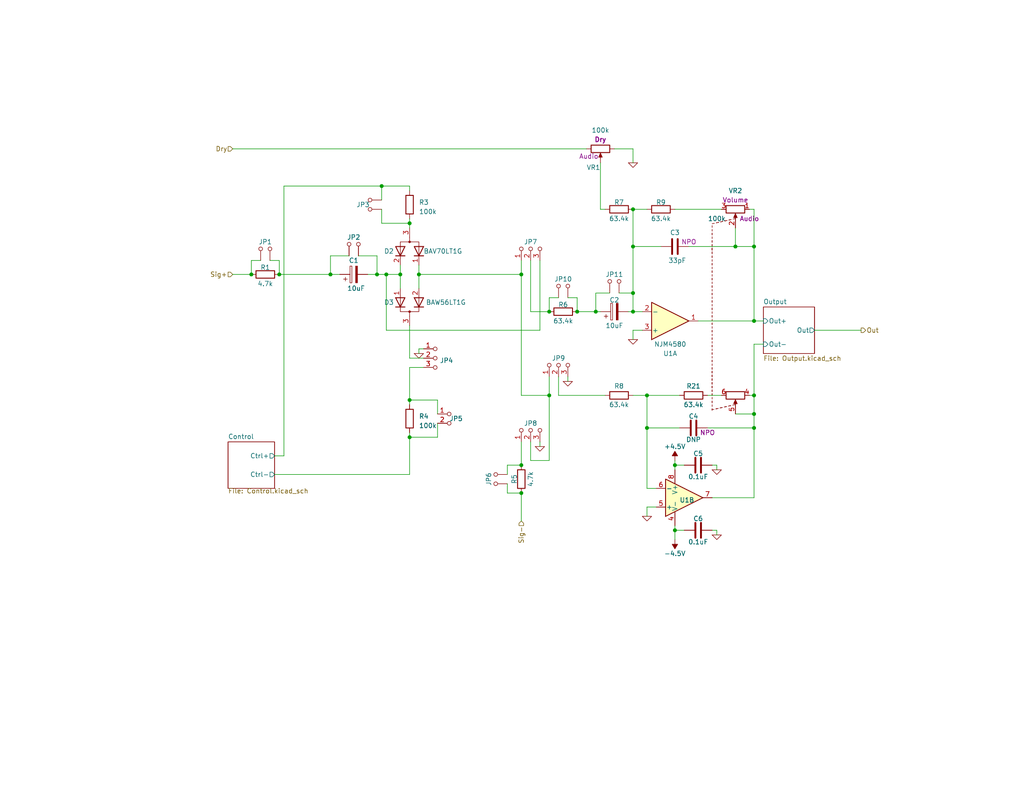
<source format=kicad_sch>
(kicad_sch (version 20230121) (generator eeschema)

  (uuid ab82155f-dc6a-4f8f-80d5-24126cdafa7f)

  (paper "A")

  (title_block
    (title "Output")
    (date "2023-05-15")
    (rev "A.00")
    (company "Celestial Circuits")
  )

  (lib_symbols
    (symbol "Capacitor_Elec_1" (pin_numbers hide) (pin_names hide) (in_bom yes) (on_board yes)
      (property "Reference" "C" (at -4.191 -3.937 0)
        (effects (font (size 1.27 1.27)))
      )
      (property "Value" "10uF" (at 5.842 -3.937 0)
        (effects (font (size 1.27 1.27)))
      )
      (property "Footprint" "" (at 0 0 0)
        (effects (font (size 1.27 1.27)) hide)
      )
      (property "Datasheet" "" (at 0 0 0)
        (effects (font (size 1.27 1.27)) hide)
      )
      (property "Voltage" "16V" (at 1.397 -7.112 90)
        (effects (font (size 1.27 1.27)) hide)
      )
      (symbol "Capacitor_Elec_1_0_1"
        (rectangle (start -2.286 -3.429) (end 2.286 -2.921)
          (stroke (width 0) (type default))
          (fill (type none))
        )
        (polyline
          (pts
            (xy -1.778 -1.651)
            (xy -0.762 -1.651)
          )
          (stroke (width 0) (type default))
          (fill (type none))
        )
        (polyline
          (pts
            (xy -1.27 -1.143)
            (xy -1.27 -2.159)
          )
          (stroke (width 0) (type default))
          (fill (type none))
        )
        (rectangle (start 2.286 -4.445) (end -2.286 -4.953)
          (stroke (width 0) (type default))
          (fill (type outline))
        )
      )
      (symbol "Capacitor_Elec_1_1_1"
        (pin passive line (at 0 -0.127 270) (length 2.794)
          (name "~" (effects (font (size 1.27 1.27))))
          (number "1" (effects (font (size 1.27 1.27))))
        )
        (pin passive line (at 0 -7.747 90) (length 2.794)
          (name "~" (effects (font (size 1.27 1.27))))
          (number "2" (effects (font (size 1.27 1.27))))
        )
      )
    )
    (symbol "Jumper_2_1" (pin_numbers hide) (pin_names (offset 0) hide) (in_bom yes) (on_board yes)
      (property "Reference" "JP1" (at -2.921 1.651 0)
        (effects (font (size 1.27 1.27)) (justify left))
      )
      (property "Value" "Jumper_3" (at 3.429 4.699 0)
        (effects (font (size 1.27 1.27)) (justify left) hide)
      )
      (property "Footprint" "" (at 0 0 0)
        (effects (font (size 1.27 1.27)) hide)
      )
      (property "Datasheet" "~" (at 4.953 0.635 0)
        (effects (font (size 1.27 1.27)) hide)
      )
      (property "Sim.Enable" "0" (at 4.953 0.635 0)
        (effects (font (size 1.27 1.27)) hide)
      )
      (property "ki_keywords" "Jumper " (at 0 0 0)
        (effects (font (size 1.27 1.27)) hide)
      )
      (property "ki_description" "Jumper, 2 position" (at 0 0 0)
        (effects (font (size 1.27 1.27)) hide)
      )
      (property "ki_fp_filters" "Jumper* TestPoint*3Pads* TestPoint*Bridge*" (at 0 0 0)
        (effects (font (size 1.27 1.27)) hide)
      )
      (symbol "Jumper_2_1_0_0"
        (circle (center -2.54 0) (radius 0.508)
          (stroke (width 0) (type default))
          (fill (type none))
        )
        (circle (center 0 0) (radius 0.508)
          (stroke (width 0) (type default))
          (fill (type none))
        )
      )
      (symbol "Jumper_2_1_1_1"
        (pin passive line (at -2.54 -3.175 90) (length 2.54)
          (name "1" (effects (font (size 1.27 1.27))))
          (number "1" (effects (font (size 1.27 1.27))))
        )
        (pin passive line (at 0 -3.175 90) (length 2.54)
          (name "2" (effects (font (size 1.27 1.27))))
          (number "2" (effects (font (size 1.27 1.27))))
        )
      )
    )
    (symbol "Jumper_2_2" (pin_numbers hide) (pin_names (offset 0) hide) (in_bom yes) (on_board yes)
      (property "Reference" "JP1" (at -2.921 1.651 0)
        (effects (font (size 1.27 1.27)) (justify left))
      )
      (property "Value" "Jumper_3" (at 3.429 4.699 0)
        (effects (font (size 1.27 1.27)) (justify left) hide)
      )
      (property "Footprint" "" (at 0 0 0)
        (effects (font (size 1.27 1.27)) hide)
      )
      (property "Datasheet" "~" (at 4.953 0.635 0)
        (effects (font (size 1.27 1.27)) hide)
      )
      (property "Sim.Enable" "0" (at 4.953 0.635 0)
        (effects (font (size 1.27 1.27)) hide)
      )
      (property "ki_keywords" "Jumper " (at 0 0 0)
        (effects (font (size 1.27 1.27)) hide)
      )
      (property "ki_description" "Jumper, 2 position" (at 0 0 0)
        (effects (font (size 1.27 1.27)) hide)
      )
      (property "ki_fp_filters" "Jumper* TestPoint*3Pads* TestPoint*Bridge*" (at 0 0 0)
        (effects (font (size 1.27 1.27)) hide)
      )
      (symbol "Jumper_2_2_0_0"
        (circle (center -2.54 0) (radius 0.508)
          (stroke (width 0) (type default))
          (fill (type none))
        )
        (circle (center 0 0) (radius 0.508)
          (stroke (width 0) (type default))
          (fill (type none))
        )
      )
      (symbol "Jumper_2_2_1_1"
        (pin passive line (at -2.54 -3.175 90) (length 2.54)
          (name "1" (effects (font (size 1.27 1.27))))
          (number "1" (effects (font (size 1.27 1.27))))
        )
        (pin passive line (at 0 -3.175 90) (length 2.54)
          (name "2" (effects (font (size 1.27 1.27))))
          (number "2" (effects (font (size 1.27 1.27))))
        )
      )
    )
    (symbol "Jumper_2_3" (pin_names (offset 0) hide) (in_bom yes) (on_board yes)
      (property "Reference" "JP1" (at -2.921 1.651 0)
        (effects (font (size 1.27 1.27)) (justify left))
      )
      (property "Value" "Jumper_3" (at 3.429 4.699 0)
        (effects (font (size 1.27 1.27)) (justify left) hide)
      )
      (property "Footprint" "" (at 0 0 0)
        (effects (font (size 1.27 1.27)) hide)
      )
      (property "Datasheet" "~" (at 4.953 0.635 0)
        (effects (font (size 1.27 1.27)) hide)
      )
      (property "Sim.Enable" "0" (at 4.953 0.635 0)
        (effects (font (size 1.27 1.27)) hide)
      )
      (property "ki_keywords" "Jumper " (at 0 0 0)
        (effects (font (size 1.27 1.27)) hide)
      )
      (property "ki_description" "Jumper, 2 position" (at 0 0 0)
        (effects (font (size 1.27 1.27)) hide)
      )
      (property "ki_fp_filters" "Jumper* TestPoint*3Pads* TestPoint*Bridge*" (at 0 0 0)
        (effects (font (size 1.27 1.27)) hide)
      )
      (symbol "Jumper_2_3_0_0"
        (circle (center -2.54 0) (radius 0.508)
          (stroke (width 0) (type default))
          (fill (type none))
        )
        (circle (center 0 0) (radius 0.508)
          (stroke (width 0) (type default))
          (fill (type none))
        )
      )
      (symbol "Jumper_2_3_1_1"
        (pin passive line (at -2.54 -3.175 90) (length 2.54)
          (name "1" (effects (font (size 1.27 1.27))))
          (number "1" (effects (font (size 1.27 1.27))))
        )
        (pin passive line (at 0 -3.175 90) (length 2.54)
          (name "2" (effects (font (size 1.27 1.27))))
          (number "2" (effects (font (size 1.27 1.27))))
        )
      )
    )
    (symbol "SLM:+4.5V" (power) (pin_names (offset 0)) (in_bom yes) (on_board yes)
      (property "Reference" "#PWR010" (at 0 -2.54 0)
        (effects (font (size 1.27 1.27)) hide)
      )
      (property "Value" "+4.5V" (at 0 3.81 0)
        (effects (font (size 1.27 1.27)))
      )
      (property "Footprint" "" (at 0 0 0)
        (effects (font (size 1.27 1.27)) hide)
      )
      (property "Datasheet" "" (at 0 0 0)
        (effects (font (size 1.27 1.27)) hide)
      )
      (property "ki_keywords" "global power" (at 0 0 0)
        (effects (font (size 1.27 1.27)) hide)
      )
      (property "ki_description" "Power symbol creates a global label with name \"-4.5V\"" (at 0 0 0)
        (effects (font (size 1.27 1.27)) hide)
      )
      (symbol "+4.5V_1_0"
        (pin power_in line (at 0 0 90) (length 0) hide
          (name "+4.5V" (effects (font (size 1.27 1.27))))
          (number "1" (effects (font (size 1.27 1.27))))
        )
      )
      (symbol "+4.5V_1_1"
        (polyline
          (pts
            (xy 0 0)
            (xy 0 1.27)
            (xy 0.762 1.27)
            (xy 0 2.54)
            (xy -0.762 1.27)
            (xy 0 1.27)
          )
          (stroke (width 0) (type default))
          (fill (type outline))
        )
      )
    )
    (symbol "SLM:-4.5V" (power) (pin_names (offset 0)) (in_bom yes) (on_board yes)
      (property "Reference" "#PWR024" (at 0 2.54 0)
        (effects (font (size 1.27 1.27)) hide)
      )
      (property "Value" "-4.5V" (at 0 -3.81 0)
        (effects (font (size 1.27 1.27)))
      )
      (property "Footprint" "" (at 0 0 0)
        (effects (font (size 1.27 1.27)) hide)
      )
      (property "Datasheet" "" (at 0 0 0)
        (effects (font (size 1.27 1.27)) hide)
      )
      (property "ki_keywords" "global power" (at 0 0 0)
        (effects (font (size 1.27 1.27)) hide)
      )
      (property "ki_description" "Power symbol creates a global label with name \"-4.5V\"" (at 0 0 0)
        (effects (font (size 1.27 1.27)) hide)
      )
      (symbol "-4.5V_0_1"
        (polyline
          (pts
            (xy 0 0)
            (xy 0 1.27)
            (xy 0.762 1.27)
            (xy 0 2.54)
            (xy -0.762 1.27)
            (xy 0 1.27)
          )
          (stroke (width 0) (type default))
          (fill (type outline))
        )
      )
      (symbol "-4.5V_1_0"
        (pin power_in line (at 0 0 90) (length 0) hide
          (name "-4.5V" (effects (font (size 1.27 1.27))))
          (number "1" (effects (font (size 1.27 1.27))))
        )
      )
    )
    (symbol "SLM:BAV70LT1G" (pin_names hide) (in_bom yes) (on_board yes)
      (property "Reference" "D" (at -6.096 -6.604 0)
        (effects (font (size 1.27 1.27)))
      )
      (property "Value" "BAV70LT1G" (at 9.652 -6.223 0)
        (effects (font (size 1.27 1.27)))
      )
      (property "Footprint" "" (at 0 0 0)
        (effects (font (size 1.27 1.27)) hide)
      )
      (property "Datasheet" "" (at 0 0 0)
        (effects (font (size 1.27 1.27)) hide)
      )
      (symbol "BAV70LT1G_0_0"
        (polyline
          (pts
            (xy -3.81 -7.62)
            (xy -1.27 -7.62)
          )
          (stroke (width 0.254) (type default))
          (fill (type none))
        )
        (polyline
          (pts
            (xy 1.27 -7.62)
            (xy 3.81 -7.62)
          )
          (stroke (width 0.254) (type default))
          (fill (type none))
        )
      )
      (symbol "BAV70LT1G_0_1"
        (circle (center 0 -3.81) (radius 0.254)
          (stroke (width 0) (type default))
          (fill (type outline))
        )
        (polyline
          (pts
            (xy 0 -3.81)
            (xy 0 -2.54)
          )
          (stroke (width 0) (type default))
          (fill (type none))
        )
        (polyline
          (pts
            (xy 2.54 -7.62)
            (xy 2.54 -3.81)
            (xy -2.54 -3.81)
            (xy -2.54 -7.62)
          )
          (stroke (width 0) (type default))
          (fill (type none))
        )
        (polyline
          (pts
            (xy -1.27 -5.08)
            (xy -2.54 -7.62)
            (xy -3.81 -5.08)
            (xy -1.27 -5.08)
            (xy -1.27 -5.08)
            (xy -1.27 -5.08)
          )
          (stroke (width 0.254) (type default))
          (fill (type none))
        )
        (polyline
          (pts
            (xy 3.81 -5.08)
            (xy 2.54 -7.62)
            (xy 1.27 -5.08)
            (xy 3.81 -5.08)
            (xy 3.81 -5.08)
            (xy 3.81 -5.08)
          )
          (stroke (width 0.254) (type default))
          (fill (type none))
        )
        (pin passive line (at 2.54 -10.16 90) (length 2.54)
          (name "K" (effects (font (size 1.27 1.27))))
          (number "1" (effects (font (size 1.27 1.27))))
        )
        (pin passive line (at -2.54 -10.16 90) (length 2.54)
          (name "K" (effects (font (size 1.27 1.27))))
          (number "2" (effects (font (size 1.27 1.27))))
        )
        (pin passive line (at 0 0 270) (length 2.54)
          (name "A" (effects (font (size 1.27 1.27))))
          (number "3" (effects (font (size 1.27 1.27))))
        )
      )
    )
    (symbol "SLM:BAW56LT1G" (pin_names (offset 0.762) hide) (in_bom yes) (on_board yes)
      (property "Reference" "D1" (at -5.08 -2.54 90)
        (effects (font (size 1.27 1.27)) (justify right))
      )
      (property "Value" "D_Dual_CommonCathode_AAK_Parallel" (at 5.08 -1.8415 90)
        (effects (font (size 1.27 1.27)) (justify right) hide)
      )
      (property "Footprint" "" (at 0 -1.27 0)
        (effects (font (size 1.27 1.27)) hide)
      )
      (property "Datasheet" "~" (at 0 -1.27 0)
        (effects (font (size 1.27 1.27)) hide)
      )
      (property "ki_keywords" "diode" (at 0 0 0)
        (effects (font (size 1.27 1.27)) hide)
      )
      (property "ki_description" "Dual diode, common anode on pin 1" (at 0 0 0)
        (effects (font (size 1.27 1.27)) hide)
      )
      (symbol "BAW56LT1G_0_0"
        (polyline
          (pts
            (xy 0 -1.27)
            (xy 0 -3.81)
          )
          (stroke (width 0.254) (type default))
          (fill (type none))
        )
        (polyline
          (pts
            (xy 0 1.27)
            (xy 0 3.81)
          )
          (stroke (width 0.254) (type default))
          (fill (type none))
        )
      )
      (symbol "BAW56LT1G_0_1"
        (polyline
          (pts
            (xy 1.27 0)
            (xy 2.54 0)
          )
          (stroke (width 0) (type default))
          (fill (type none))
        )
        (polyline
          (pts
            (xy -2.54 -2.54)
            (xy 1.27 -2.54)
            (xy 1.27 2.54)
            (xy -2.54 2.54)
          )
          (stroke (width 0) (type default))
          (fill (type none))
        )
        (polyline
          (pts
            (xy -2.54 -1.27)
            (xy 0 -2.54)
            (xy -2.54 -3.81)
            (xy -2.54 -1.27)
            (xy -2.54 -1.27)
            (xy -2.54 -1.27)
          )
          (stroke (width 0.254) (type default))
          (fill (type none))
        )
        (polyline
          (pts
            (xy -2.54 3.81)
            (xy 0 2.54)
            (xy -2.54 1.27)
            (xy -2.54 3.81)
            (xy -2.54 3.81)
            (xy -2.54 3.81)
          )
          (stroke (width 0.254) (type default))
          (fill (type none))
        )
        (circle (center 1.27 0) (radius 0.254)
          (stroke (width 0) (type default))
          (fill (type outline))
        )
        (pin passive line (at -5.08 2.54 0) (length 2.54)
          (name "K" (effects (font (size 1.27 1.27))))
          (number "1" (effects (font (size 1.27 1.27))))
        )
        (pin passive line (at -5.08 -2.54 0) (length 2.54)
          (name "K" (effects (font (size 1.27 1.27))))
          (number "2" (effects (font (size 1.27 1.27))))
        )
        (pin passive line (at 5.08 0 180) (length 2.54)
          (name "A" (effects (font (size 1.27 1.27))))
          (number "3" (effects (font (size 1.27 1.27))))
        )
      )
    )
    (symbol "SLM:Capacitor" (pin_numbers hide) (pin_names (offset 0.254)) (in_bom yes) (on_board yes)
      (property "Reference" "C3" (at 0 3.81 90)
        (effects (font (size 1.27 1.27)))
      )
      (property "Value" "33pF" (at 0.635 -3.81 90)
        (effects (font (size 1.27 1.27)))
      )
      (property "Footprint" "Capacitor_THT:C_Rect_L4.0mm_W2.5mm_P2.50mm" (at 3.81 0.9652 0)
        (effects (font (size 1.27 1.27)) hide)
      )
      (property "Datasheet" "~" (at 0 0 0)
        (effects (font (size 1.27 1.27)) hide)
      )
      (property "Dielectric" "NPO" (at 3.81 -1.27 90)
        (effects (font (size 1.27 1.27)))
      )
      (property "Manufacturer" "Vishay" (at 0 0 0)
        (effects (font (size 1.27 1.27)) hide)
      )
      (property "Part Number" "K330J10C0GH5TL2" (at 0 0 0)
        (effects (font (size 1.27 1.27)) hide)
      )
      (property "ki_keywords" "cap capacitor" (at 0 0 0)
        (effects (font (size 1.27 1.27)) hide)
      )
      (property "ki_description" "Unpolarized capacitor" (at 0 0 0)
        (effects (font (size 1.27 1.27)) hide)
      )
      (property "ki_fp_filters" "C_*" (at 0 0 0)
        (effects (font (size 1.27 1.27)) hide)
      )
      (symbol "Capacitor_0_1"
        (polyline
          (pts
            (xy -2.032 -0.762)
            (xy 2.032 -0.762)
          )
          (stroke (width 0.508) (type default))
          (fill (type none))
        )
        (polyline
          (pts
            (xy -2.032 0.762)
            (xy 2.032 0.762)
          )
          (stroke (width 0.508) (type default))
          (fill (type none))
        )
      )
      (symbol "Capacitor_1_1"
        (pin passive line (at 0 3.81 270) (length 2.794)
          (name "~" (effects (font (size 1.27 1.27))))
          (number "1" (effects (font (size 1.27 1.27))))
        )
        (pin passive line (at 0 -3.81 90) (length 2.794)
          (name "~" (effects (font (size 1.27 1.27))))
          (number "2" (effects (font (size 1.27 1.27))))
        )
      )
    )
    (symbol "SLM:Capacitor_Elec" (pin_numbers hide) (pin_names hide) (in_bom yes) (on_board yes)
      (property "Reference" "C" (at -4.191 -3.937 0)
        (effects (font (size 1.27 1.27)))
      )
      (property "Value" "10uF" (at 5.842 -3.937 0)
        (effects (font (size 1.27 1.27)))
      )
      (property "Footprint" "" (at 0 0 0)
        (effects (font (size 1.27 1.27)) hide)
      )
      (property "Datasheet" "" (at 0 0 0)
        (effects (font (size 1.27 1.27)) hide)
      )
      (property "Voltage" "16V" (at 1.397 -7.112 90)
        (effects (font (size 1.27 1.27)) hide)
      )
      (symbol "Capacitor_Elec_0_1"
        (rectangle (start -2.286 -3.429) (end 2.286 -2.921)
          (stroke (width 0) (type default))
          (fill (type none))
        )
        (polyline
          (pts
            (xy -1.778 -1.651)
            (xy -0.762 -1.651)
          )
          (stroke (width 0) (type default))
          (fill (type none))
        )
        (polyline
          (pts
            (xy -1.27 -1.143)
            (xy -1.27 -2.159)
          )
          (stroke (width 0) (type default))
          (fill (type none))
        )
        (rectangle (start 2.286 -4.445) (end -2.286 -4.953)
          (stroke (width 0) (type default))
          (fill (type outline))
        )
      )
      (symbol "Capacitor_Elec_1_1"
        (pin passive line (at 0 -0.127 270) (length 2.794)
          (name "~" (effects (font (size 1.27 1.27))))
          (number "1" (effects (font (size 1.27 1.27))))
        )
        (pin passive line (at 0 -7.747 90) (length 2.794)
          (name "~" (effects (font (size 1.27 1.27))))
          (number "2" (effects (font (size 1.27 1.27))))
        )
      )
    )
    (symbol "SLM:Jumper_2" (pin_numbers hide) (pin_names (offset 0) hide) (in_bom yes) (on_board yes)
      (property "Reference" "JP1" (at -2.921 1.651 0)
        (effects (font (size 1.27 1.27)) (justify left))
      )
      (property "Value" "Jumper_3" (at 3.429 4.699 0)
        (effects (font (size 1.27 1.27)) (justify left) hide)
      )
      (property "Footprint" "" (at 0 0 0)
        (effects (font (size 1.27 1.27)) hide)
      )
      (property "Datasheet" "~" (at 4.953 0.635 0)
        (effects (font (size 1.27 1.27)) hide)
      )
      (property "Sim.Enable" "0" (at 4.953 0.635 0)
        (effects (font (size 1.27 1.27)) hide)
      )
      (property "ki_keywords" "Jumper " (at 0 0 0)
        (effects (font (size 1.27 1.27)) hide)
      )
      (property "ki_description" "Jumper, 2 position" (at 0 0 0)
        (effects (font (size 1.27 1.27)) hide)
      )
      (property "ki_fp_filters" "Jumper* TestPoint*3Pads* TestPoint*Bridge*" (at 0 0 0)
        (effects (font (size 1.27 1.27)) hide)
      )
      (symbol "Jumper_2_0_0"
        (circle (center -2.54 0) (radius 0.508)
          (stroke (width 0) (type default))
          (fill (type none))
        )
        (circle (center 0 0) (radius 0.508)
          (stroke (width 0) (type default))
          (fill (type none))
        )
      )
      (symbol "Jumper_2_1_1"
        (pin passive line (at -2.54 -3.175 90) (length 2.54)
          (name "1" (effects (font (size 1.27 1.27))))
          (number "1" (effects (font (size 1.27 1.27))))
        )
        (pin passive line (at 0 -3.175 90) (length 2.54)
          (name "2" (effects (font (size 1.27 1.27))))
          (number "2" (effects (font (size 1.27 1.27))))
        )
      )
    )
    (symbol "SLM:Jumper_3" (pin_names (offset 0) hide) (in_bom yes) (on_board yes)
      (property "Reference" "JP2" (at -2.794 1.651 0)
        (effects (font (size 1.27 1.27)) (justify left))
      )
      (property "Value" "Jumper_3" (at -4.699 3.429 0)
        (effects (font (size 1.27 1.27)) (justify left) hide)
      )
      (property "Footprint" "" (at 0 0 0)
        (effects (font (size 1.27 1.27)) hide)
      )
      (property "Datasheet" "~" (at -0.635 4.953 0)
        (effects (font (size 1.27 1.27)) hide)
      )
      (property "Sim.Enable" "0" (at -0.635 4.953 0)
        (effects (font (size 1.27 1.27)) hide)
      )
      (property "ki_keywords" "Jumper " (at 0 0 0)
        (effects (font (size 1.27 1.27)) hide)
      )
      (property "ki_description" "Jumper, 2 position" (at 0 0 0)
        (effects (font (size 1.27 1.27)) hide)
      )
      (property "ki_fp_filters" "Jumper* TestPoint*3Pads* TestPoint*Bridge*" (at 0 0 0)
        (effects (font (size 1.27 1.27)) hide)
      )
      (symbol "Jumper_3_0_0"
        (circle (center -2.54 0) (radius 0.508)
          (stroke (width 0) (type default))
          (fill (type none))
        )
        (circle (center 0 0) (radius 0.508)
          (stroke (width 0) (type default))
          (fill (type none))
        )
        (circle (center 2.54 0) (radius 0.508)
          (stroke (width 0) (type default))
          (fill (type none))
        )
      )
      (symbol "Jumper_3_1_1"
        (pin passive line (at -2.54 -3.175 90) (length 2.54)
          (name "1" (effects (font (size 1.27 1.27))))
          (number "1" (effects (font (size 1.27 1.27))))
        )
        (pin passive line (at 0 -3.175 90) (length 2.54)
          (name "2" (effects (font (size 1.27 1.27))))
          (number "2" (effects (font (size 1.27 1.27))))
        )
        (pin passive line (at 2.54 -3.175 90) (length 2.54)
          (name "3" (effects (font (size 1.27 1.27))))
          (number "3" (effects (font (size 1.27 1.27))))
        )
      )
    )
    (symbol "SLM:NJM4580" (pin_names (offset 0.127)) (in_bom yes) (on_board yes)
      (property "Reference" "U1" (at 0 8.89 0)
        (effects (font (size 1.27 1.27)))
      )
      (property "Value" "NJM4580" (at 0 6.35 0)
        (effects (font (size 1.27 1.27)))
      )
      (property "Footprint" "Package_DIP:DIP-8_W7.62mm_Socket_LongPads" (at 0 0 0)
        (effects (font (size 1.27 1.27)) hide)
      )
      (property "Datasheet" "http://www.njr.com/semicon/PDF/NJM4580_E.pdf" (at 0 0 0)
        (effects (font (size 1.27 1.27)) hide)
      )
      (property "Manufacturer" "Nishinbo" (at 0 0 0)
        (effects (font (size 1.27 1.27)) hide)
      )
      (property "Part Number" "NJM4580DD" (at 0 0 0)
        (effects (font (size 1.27 1.27)) hide)
      )
      (property "ki_locked" "" (at 0 0 0)
        (effects (font (size 1.27 1.27)))
      )
      (property "ki_keywords" "dual opamp" (at 0 0 0)
        (effects (font (size 1.27 1.27)) hide)
      )
      (property "ki_description" "Dual Operational Amplifier, DIP-8/DMP-8/SIP-8/MSOP-8/SOP-8/SSOP-8" (at 0 0 0)
        (effects (font (size 1.27 1.27)) hide)
      )
      (property "ki_fp_filters" "SOIC*3.9x4.9mm*P1.27mm* DIP*W7.62mm* TO*99* OnSemi*Micro8* TSSOP*3x3mm*P0.65mm* TSSOP*4.4x3mm*P0.65mm* MSOP*3x3mm*P0.65mm* SSOP*3.9x4.9mm*P0.635mm* LFCSP*2x2mm*P0.5mm* *SIP* SOIC*5.3x6.2mm*P1.27mm*" (at 0 0 0)
        (effects (font (size 1.27 1.27)) hide)
      )
      (symbol "NJM4580_1_1"
        (polyline
          (pts
            (xy -5.08 5.08)
            (xy 5.08 0)
            (xy -5.08 -5.08)
            (xy -5.08 5.08)
          )
          (stroke (width 0.254) (type default))
          (fill (type background))
        )
        (pin output line (at 7.62 0 180) (length 2.54)
          (name "~" (effects (font (size 1.27 1.27))))
          (number "1" (effects (font (size 1.27 1.27))))
        )
        (pin input line (at -7.62 -2.54 0) (length 2.54)
          (name "-" (effects (font (size 1.27 1.27))))
          (number "2" (effects (font (size 1.27 1.27))))
        )
        (pin input line (at -7.62 2.54 0) (length 2.54)
          (name "+" (effects (font (size 1.27 1.27))))
          (number "3" (effects (font (size 1.27 1.27))))
        )
      )
      (symbol "NJM4580_2_1"
        (polyline
          (pts
            (xy -5.08 5.08)
            (xy 5.08 0)
            (xy -5.08 -5.08)
            (xy -5.08 5.08)
          )
          (stroke (width 0.254) (type default))
          (fill (type background))
        )
        (pin input line (at -7.62 2.54 0) (length 2.54)
          (name "+" (effects (font (size 1.27 1.27))))
          (number "5" (effects (font (size 1.27 1.27))))
        )
        (pin input line (at -7.62 -2.54 0) (length 2.54)
          (name "-" (effects (font (size 1.27 1.27))))
          (number "6" (effects (font (size 1.27 1.27))))
        )
        (pin output line (at 7.62 0 180) (length 2.54)
          (name "~" (effects (font (size 1.27 1.27))))
          (number "7" (effects (font (size 1.27 1.27))))
        )
      )
      (symbol "NJM4580_3_1"
        (pin power_in line (at -2.54 -7.62 90) (length 3.81)
          (name "V-" (effects (font (size 1.27 1.27))))
          (number "4" (effects (font (size 1.27 1.27))))
        )
        (pin power_in line (at -2.54 7.62 270) (length 3.81)
          (name "V+" (effects (font (size 1.27 1.27))))
          (number "8" (effects (font (size 1.27 1.27))))
        )
      )
    )
    (symbol "SLM:Potentiometer_Stereo" (pin_names (offset 1.016) hide) (in_bom yes) (on_board yes)
      (property "Reference" "VR1" (at 0.127 3.683 0)
        (effects (font (size 1.27 1.27)))
      )
      (property "Value" "100k" (at 0.127 2.159 0)
        (effects (font (size 1.27 1.27)))
      )
      (property "Footprint" "" (at 0 -51.435 0)
        (effects (font (size 1.27 1.27)) hide)
      )
      (property "Datasheet" "~" (at 0 -51.435 0)
        (effects (font (size 1.27 1.27)) hide)
      )
      (property "Taper" "Audio" (at 3.81 -1.905 0)
        (effects (font (size 1.27 1.27)))
      )
      (property "ki_keywords" "resistor variable stereo" (at 0 0 0)
        (effects (font (size 1.27 1.27)) hide)
      )
      (property "ki_description" "Dual potentiometer" (at 0 0 0)
        (effects (font (size 1.27 1.27)) hide)
      )
      (property "ki_fp_filters" "Potentiometer*" (at 0 0 0)
        (effects (font (size 1.27 1.27)) hide)
      )
      (symbol "Potentiometer_Stereo_0_1"
        (polyline
          (pts
            (xy -6.35 -54.356)
            (xy -6.35 -54.864)
          )
          (stroke (width 0) (type default))
          (fill (type none))
        )
        (polyline
          (pts
            (xy -6.35 -53.34)
            (xy -6.35 -53.848)
          )
          (stroke (width 0) (type default))
          (fill (type none))
        )
        (polyline
          (pts
            (xy -6.35 -52.324)
            (xy -6.35 -52.832)
          )
          (stroke (width 0) (type default))
          (fill (type none))
        )
        (polyline
          (pts
            (xy -6.35 -52.324)
            (xy -6.35 -52.832)
          )
          (stroke (width 0) (type default))
          (fill (type none))
        )
        (polyline
          (pts
            (xy -6.35 -51.308)
            (xy -6.35 -51.816)
          )
          (stroke (width 0) (type default))
          (fill (type none))
        )
        (polyline
          (pts
            (xy -6.35 -50.292)
            (xy -6.35 -50.8)
          )
          (stroke (width 0) (type default))
          (fill (type none))
        )
        (polyline
          (pts
            (xy -6.35 -50.292)
            (xy -6.35 -50.8)
          )
          (stroke (width 0) (type default))
          (fill (type none))
        )
        (polyline
          (pts
            (xy -6.35 -49.276)
            (xy -6.35 -49.784)
          )
          (stroke (width 0) (type default))
          (fill (type none))
        )
        (polyline
          (pts
            (xy -6.35 -49.276)
            (xy -6.35 -49.784)
          )
          (stroke (width 0) (type default))
          (fill (type none))
        )
        (polyline
          (pts
            (xy -6.35 -48.26)
            (xy -6.35 -48.768)
          )
          (stroke (width 0) (type default))
          (fill (type none))
        )
        (polyline
          (pts
            (xy -6.35 -48.26)
            (xy -6.35 -48.768)
          )
          (stroke (width 0) (type default))
          (fill (type none))
        )
        (polyline
          (pts
            (xy -6.35 -48.26)
            (xy -6.35 -48.768)
          )
          (stroke (width 0) (type default))
          (fill (type none))
        )
        (polyline
          (pts
            (xy -6.35 -47.244)
            (xy -6.35 -47.752)
          )
          (stroke (width 0) (type default))
          (fill (type none))
        )
        (polyline
          (pts
            (xy -6.35 -47.244)
            (xy -6.35 -47.752)
          )
          (stroke (width 0) (type default))
          (fill (type none))
        )
        (polyline
          (pts
            (xy -6.35 -47.244)
            (xy -6.35 -47.752)
          )
          (stroke (width 0) (type default))
          (fill (type none))
        )
        (polyline
          (pts
            (xy -6.35 -46.228)
            (xy -6.35 -46.736)
          )
          (stroke (width 0) (type default))
          (fill (type none))
        )
        (polyline
          (pts
            (xy -6.35 -46.228)
            (xy -6.35 -46.736)
          )
          (stroke (width 0) (type default))
          (fill (type none))
        )
        (polyline
          (pts
            (xy -6.35 -46.228)
            (xy -6.35 -46.736)
          )
          (stroke (width 0) (type default))
          (fill (type none))
        )
        (polyline
          (pts
            (xy -6.35 -45.212)
            (xy -6.35 -45.72)
          )
          (stroke (width 0) (type default))
          (fill (type none))
        )
        (polyline
          (pts
            (xy -6.35 -45.212)
            (xy -6.35 -45.72)
          )
          (stroke (width 0) (type default))
          (fill (type none))
        )
        (polyline
          (pts
            (xy -6.35 -45.212)
            (xy -6.35 -45.72)
          )
          (stroke (width 0) (type default))
          (fill (type none))
        )
        (polyline
          (pts
            (xy -6.35 -44.196)
            (xy -6.35 -44.704)
          )
          (stroke (width 0) (type default))
          (fill (type none))
        )
        (polyline
          (pts
            (xy -6.35 -44.196)
            (xy -6.35 -44.704)
          )
          (stroke (width 0) (type default))
          (fill (type none))
        )
        (polyline
          (pts
            (xy -6.35 -44.196)
            (xy -6.35 -44.704)
          )
          (stroke (width 0) (type default))
          (fill (type none))
        )
        (polyline
          (pts
            (xy -6.35 -43.18)
            (xy -6.35 -43.688)
          )
          (stroke (width 0) (type default))
          (fill (type none))
        )
        (polyline
          (pts
            (xy -6.35 -43.18)
            (xy -6.35 -43.688)
          )
          (stroke (width 0) (type default))
          (fill (type none))
        )
        (polyline
          (pts
            (xy -6.35 -42.164)
            (xy -6.35 -42.672)
          )
          (stroke (width 0) (type default))
          (fill (type none))
        )
        (polyline
          (pts
            (xy -6.35 -41.148)
            (xy -6.35 -41.656)
          )
          (stroke (width 0) (type default))
          (fill (type none))
        )
        (polyline
          (pts
            (xy -6.35 -41.148)
            (xy -6.35 -41.656)
          )
          (stroke (width 0) (type default))
          (fill (type none))
        )
        (polyline
          (pts
            (xy -6.35 -40.132)
            (xy -6.35 -40.64)
          )
          (stroke (width 0) (type default))
          (fill (type none))
        )
        (polyline
          (pts
            (xy -6.35 -39.116)
            (xy -6.35 -39.624)
          )
          (stroke (width 0) (type default))
          (fill (type none))
        )
        (polyline
          (pts
            (xy -6.35 -39.116)
            (xy -6.35 -39.624)
          )
          (stroke (width 0) (type default))
          (fill (type none))
        )
        (polyline
          (pts
            (xy -6.35 -38.1)
            (xy -6.35 -38.608)
          )
          (stroke (width 0) (type default))
          (fill (type none))
        )
        (polyline
          (pts
            (xy -6.35 -37.084)
            (xy -6.35 -37.592)
          )
          (stroke (width 0) (type default))
          (fill (type none))
        )
        (polyline
          (pts
            (xy -6.35 -37.084)
            (xy -6.35 -37.592)
          )
          (stroke (width 0) (type default))
          (fill (type none))
        )
        (polyline
          (pts
            (xy -6.35 -36.068)
            (xy -6.35 -36.576)
          )
          (stroke (width 0) (type default))
          (fill (type none))
        )
        (polyline
          (pts
            (xy -6.35 -35.052)
            (xy -6.35 -35.56)
          )
          (stroke (width 0) (type default))
          (fill (type none))
        )
        (polyline
          (pts
            (xy -6.35 -35.052)
            (xy -6.35 -35.56)
          )
          (stroke (width 0) (type default))
          (fill (type none))
        )
        (polyline
          (pts
            (xy -6.35 -34.036)
            (xy -6.35 -34.544)
          )
          (stroke (width 0) (type default))
          (fill (type none))
        )
        (polyline
          (pts
            (xy -6.35 -33.02)
            (xy -6.35 -33.528)
          )
          (stroke (width 0) (type default))
          (fill (type none))
        )
        (polyline
          (pts
            (xy -6.35 -33.02)
            (xy -6.35 -33.528)
          )
          (stroke (width 0) (type default))
          (fill (type none))
        )
        (polyline
          (pts
            (xy -6.35 -32.004)
            (xy -6.35 -32.512)
          )
          (stroke (width 0) (type default))
          (fill (type none))
        )
        (polyline
          (pts
            (xy -6.35 -30.988)
            (xy -6.35 -31.496)
          )
          (stroke (width 0) (type default))
          (fill (type none))
        )
        (polyline
          (pts
            (xy -6.35 -30.988)
            (xy -6.35 -31.496)
          )
          (stroke (width 0) (type default))
          (fill (type none))
        )
        (polyline
          (pts
            (xy -6.35 -29.972)
            (xy -6.35 -30.48)
          )
          (stroke (width 0) (type default))
          (fill (type none))
        )
        (polyline
          (pts
            (xy -6.35 -28.956)
            (xy -6.35 -29.464)
          )
          (stroke (width 0) (type default))
          (fill (type none))
        )
        (polyline
          (pts
            (xy -6.35 -28.956)
            (xy -6.35 -29.464)
          )
          (stroke (width 0) (type default))
          (fill (type none))
        )
        (polyline
          (pts
            (xy -6.35 -27.94)
            (xy -6.35 -28.448)
          )
          (stroke (width 0) (type default))
          (fill (type none))
        )
        (polyline
          (pts
            (xy -6.35 -26.924)
            (xy -6.35 -27.432)
          )
          (stroke (width 0) (type default))
          (fill (type none))
        )
        (polyline
          (pts
            (xy -6.35 -26.924)
            (xy -6.35 -27.432)
          )
          (stroke (width 0) (type default))
          (fill (type none))
        )
        (polyline
          (pts
            (xy -6.35 -25.908)
            (xy -6.35 -26.416)
          )
          (stroke (width 0) (type default))
          (fill (type none))
        )
        (polyline
          (pts
            (xy -6.35 -24.892)
            (xy -6.35 -25.4)
          )
          (stroke (width 0) (type default))
          (fill (type none))
        )
        (polyline
          (pts
            (xy -6.35 -24.892)
            (xy -6.35 -25.4)
          )
          (stroke (width 0) (type default))
          (fill (type none))
        )
        (polyline
          (pts
            (xy -6.35 -23.876)
            (xy -6.35 -24.384)
          )
          (stroke (width 0) (type default))
          (fill (type none))
        )
        (polyline
          (pts
            (xy -6.35 -22.86)
            (xy -6.35 -23.368)
          )
          (stroke (width 0) (type default))
          (fill (type none))
        )
        (polyline
          (pts
            (xy -6.35 -22.86)
            (xy -6.35 -23.368)
          )
          (stroke (width 0) (type default))
          (fill (type none))
        )
        (polyline
          (pts
            (xy -6.35 -21.844)
            (xy -6.35 -22.352)
          )
          (stroke (width 0) (type default))
          (fill (type none))
        )
        (polyline
          (pts
            (xy -6.35 -20.828)
            (xy -6.35 -21.336)
          )
          (stroke (width 0) (type default))
          (fill (type none))
        )
        (polyline
          (pts
            (xy -6.35 -20.828)
            (xy -6.35 -21.336)
          )
          (stroke (width 0) (type default))
          (fill (type none))
        )
        (polyline
          (pts
            (xy -6.35 -19.812)
            (xy -6.35 -20.32)
          )
          (stroke (width 0) (type default))
          (fill (type none))
        )
        (polyline
          (pts
            (xy -6.35 -18.796)
            (xy -6.35 -19.304)
          )
          (stroke (width 0) (type default))
          (fill (type none))
        )
        (polyline
          (pts
            (xy -6.35 -18.796)
            (xy -6.35 -19.304)
          )
          (stroke (width 0) (type default))
          (fill (type none))
        )
        (polyline
          (pts
            (xy -6.35 -17.78)
            (xy -6.35 -18.288)
          )
          (stroke (width 0) (type default))
          (fill (type none))
        )
        (polyline
          (pts
            (xy -6.35 -16.764)
            (xy -6.35 -17.272)
          )
          (stroke (width 0) (type default))
          (fill (type none))
        )
        (polyline
          (pts
            (xy -6.35 -16.764)
            (xy -6.35 -17.272)
          )
          (stroke (width 0) (type default))
          (fill (type none))
        )
        (polyline
          (pts
            (xy -6.35 -15.748)
            (xy -6.35 -16.256)
          )
          (stroke (width 0) (type default))
          (fill (type none))
        )
        (polyline
          (pts
            (xy -6.35 -14.732)
            (xy -6.35 -15.24)
          )
          (stroke (width 0) (type default))
          (fill (type none))
        )
        (polyline
          (pts
            (xy -6.35 -14.732)
            (xy -6.35 -15.24)
          )
          (stroke (width 0) (type default))
          (fill (type none))
        )
        (polyline
          (pts
            (xy -6.35 -13.716)
            (xy -6.35 -14.224)
          )
          (stroke (width 0) (type default))
          (fill (type none))
        )
        (polyline
          (pts
            (xy -6.35 -12.7)
            (xy -6.35 -13.208)
          )
          (stroke (width 0) (type default))
          (fill (type none))
        )
        (polyline
          (pts
            (xy -6.35 -12.7)
            (xy -6.35 -13.208)
          )
          (stroke (width 0) (type default))
          (fill (type none))
        )
        (polyline
          (pts
            (xy -6.35 -11.684)
            (xy -6.35 -12.192)
          )
          (stroke (width 0) (type default))
          (fill (type none))
        )
        (polyline
          (pts
            (xy -6.35 -11.557)
            (xy -6.35 -12.065)
          )
          (stroke (width 0) (type default))
          (fill (type none))
        )
        (polyline
          (pts
            (xy -6.35 -10.668)
            (xy -6.35 -11.176)
          )
          (stroke (width 0) (type default))
          (fill (type none))
        )
        (polyline
          (pts
            (xy -6.35 -10.668)
            (xy -6.35 -11.176)
          )
          (stroke (width 0) (type default))
          (fill (type none))
        )
        (polyline
          (pts
            (xy -6.35 -10.541)
            (xy -6.35 -11.049)
          )
          (stroke (width 0) (type default))
          (fill (type none))
        )
        (polyline
          (pts
            (xy -6.35 -10.541)
            (xy -6.35 -11.049)
          )
          (stroke (width 0) (type default))
          (fill (type none))
        )
        (polyline
          (pts
            (xy -6.35 -9.652)
            (xy -6.35 -10.16)
          )
          (stroke (width 0) (type default))
          (fill (type none))
        )
        (polyline
          (pts
            (xy -6.35 -9.525)
            (xy -6.35 -10.033)
          )
          (stroke (width 0) (type default))
          (fill (type none))
        )
        (polyline
          (pts
            (xy -6.35 -8.509)
            (xy -6.35 -9.017)
          )
          (stroke (width 0) (type default))
          (fill (type none))
        )
        (polyline
          (pts
            (xy -6.35 -8.509)
            (xy -6.35 -9.017)
          )
          (stroke (width 0) (type default))
          (fill (type none))
        )
        (polyline
          (pts
            (xy -6.35 -7.493)
            (xy -6.35 -8.001)
          )
          (stroke (width 0) (type default))
          (fill (type none))
        )
        (polyline
          (pts
            (xy -6.35 -6.477)
            (xy -6.35 -6.985)
          )
          (stroke (width 0) (type default))
          (fill (type none))
        )
        (polyline
          (pts
            (xy -6.35 -6.477)
            (xy -6.35 -6.985)
          )
          (stroke (width 0) (type default))
          (fill (type none))
        )
        (polyline
          (pts
            (xy -6.35 -5.461)
            (xy -6.35 -5.969)
          )
          (stroke (width 0) (type default))
          (fill (type none))
        )
        (polyline
          (pts
            (xy -6.35 -4.445)
            (xy -6.35 -4.953)
          )
          (stroke (width 0) (type default))
          (fill (type none))
        )
        (polyline
          (pts
            (xy -5.842 -54.61)
            (xy -6.477 -54.737)
          )
          (stroke (width 0) (type default))
          (fill (type none))
        )
        (polyline
          (pts
            (xy -5.715 -3.81)
            (xy -6.35 -3.937)
          )
          (stroke (width 0) (type default))
          (fill (type none))
        )
        (polyline
          (pts
            (xy -4.699 -54.356)
            (xy -5.334 -54.483)
          )
          (stroke (width 0) (type default))
          (fill (type none))
        )
        (polyline
          (pts
            (xy -4.699 -54.356)
            (xy -5.334 -54.483)
          )
          (stroke (width 0) (type default))
          (fill (type none))
        )
        (polyline
          (pts
            (xy -4.572 -3.556)
            (xy -5.207 -3.683)
          )
          (stroke (width 0) (type default))
          (fill (type none))
        )
        (polyline
          (pts
            (xy -4.572 -3.556)
            (xy -5.207 -3.683)
          )
          (stroke (width 0) (type default))
          (fill (type none))
        )
        (polyline
          (pts
            (xy -3.556 -54.102)
            (xy -4.191 -54.229)
          )
          (stroke (width 0) (type default))
          (fill (type none))
        )
        (polyline
          (pts
            (xy -3.556 -54.102)
            (xy -4.191 -54.229)
          )
          (stroke (width 0) (type default))
          (fill (type none))
        )
        (polyline
          (pts
            (xy -3.429 -3.302)
            (xy -4.064 -3.429)
          )
          (stroke (width 0) (type default))
          (fill (type none))
        )
        (polyline
          (pts
            (xy -3.429 -3.302)
            (xy -4.064 -3.429)
          )
          (stroke (width 0) (type default))
          (fill (type none))
        )
        (polyline
          (pts
            (xy -2.413 -53.848)
            (xy -3.048 -53.975)
          )
          (stroke (width 0) (type default))
          (fill (type none))
        )
        (polyline
          (pts
            (xy -2.413 -53.848)
            (xy -3.048 -53.975)
          )
          (stroke (width 0) (type default))
          (fill (type none))
        )
        (polyline
          (pts
            (xy -2.286 -3.048)
            (xy -2.921 -3.175)
          )
          (stroke (width 0) (type default))
          (fill (type none))
        )
        (polyline
          (pts
            (xy -2.286 -3.048)
            (xy -2.921 -3.175)
          )
          (stroke (width 0) (type default))
          (fill (type none))
        )
        (polyline
          (pts
            (xy -1.27 -53.594)
            (xy -1.905 -53.721)
          )
          (stroke (width 0) (type default))
          (fill (type none))
        )
        (polyline
          (pts
            (xy -1.27 -53.594)
            (xy -1.905 -53.721)
          )
          (stroke (width 0) (type default))
          (fill (type none))
        )
        (polyline
          (pts
            (xy -1.143 -2.794)
            (xy -1.778 -2.921)
          )
          (stroke (width 0) (type default))
          (fill (type none))
        )
        (polyline
          (pts
            (xy -1.143 -2.794)
            (xy -1.778 -2.921)
          )
          (stroke (width 0) (type default))
          (fill (type none))
        )
        (polyline
          (pts
            (xy -0.127 -53.34)
            (xy -0.762 -53.467)
          )
          (stroke (width 0) (type default))
          (fill (type none))
        )
        (polyline
          (pts
            (xy 0 -53.34)
            (xy 0 -52.324)
          )
          (stroke (width 0) (type default))
          (fill (type none))
        )
        (polyline
          (pts
            (xy 0 -53.34)
            (xy 0 -52.324)
          )
          (stroke (width 0) (type default))
          (fill (type none))
        )
        (polyline
          (pts
            (xy 0 -2.54)
            (xy -0.635 -2.667)
          )
          (stroke (width 0) (type default))
          (fill (type none))
        )
        (polyline
          (pts
            (xy 0 -2.54)
            (xy 0 -1.524)
          )
          (stroke (width 0) (type default))
          (fill (type none))
        )
        (polyline
          (pts
            (xy 0 -2.54)
            (xy 0 -1.524)
          )
          (stroke (width 0) (type default))
          (fill (type none))
        )
        (polyline
          (pts
            (xy 0 -51.943)
            (xy 0.508 -53.086)
            (xy -0.508 -53.086)
            (xy 0 -51.943)
          )
          (stroke (width 0) (type default))
          (fill (type outline))
        )
        (polyline
          (pts
            (xy 0 -1.143)
            (xy 0.508 -2.286)
            (xy -0.508 -2.286)
            (xy 0 -1.143)
          )
          (stroke (width 0) (type default))
          (fill (type outline))
        )
        (rectangle (start 2.54 -51.816) (end -2.54 -49.784)
          (stroke (width 0.254) (type default))
          (fill (type none))
        )
        (rectangle (start 2.54 -1.016) (end -2.54 1.016)
          (stroke (width 0.254) (type default))
          (fill (type none))
        )
      )
      (symbol "Potentiometer_Stereo_1_1"
        (pin passive line (at 3.81 0 180) (length 1.27)
          (name "1" (effects (font (size 1.27 1.27))))
          (number "1" (effects (font (size 1.27 1.27))))
        )
        (pin passive line (at 0 -5.08 90) (length 2.54)
          (name "2" (effects (font (size 1.27 1.27))))
          (number "2" (effects (font (size 1.27 1.27))))
        )
        (pin passive line (at -3.81 0 0) (length 1.27)
          (name "3" (effects (font (size 1.27 1.27))))
          (number "3" (effects (font (size 1.27 1.27))))
        )
        (pin passive line (at 3.81 -50.8 180) (length 1.27)
          (name "4" (effects (font (size 1.27 1.27))))
          (number "4" (effects (font (size 1.27 1.27))))
        )
        (pin passive line (at 0 -55.88 90) (length 2.54)
          (name "5" (effects (font (size 1.27 1.27))))
          (number "5" (effects (font (size 1.27 1.27))))
        )
        (pin passive line (at -3.81 -50.8 0) (length 1.27)
          (name "6" (effects (font (size 1.27 1.27))))
          (number "6" (effects (font (size 1.27 1.27))))
        )
      )
    )
    (symbol "SLM:R_Potentiometer" (pin_numbers hide) (pin_names (offset 1.016) hide) (in_bom yes) (on_board yes)
      (property "Reference" "VR1" (at 5.08 -1.905 90)
        (effects (font (size 1.27 1.27)))
      )
      (property "Value" "100k" (at -4.445 -1.905 90)
        (effects (font (size 1.27 1.27)))
      )
      (property "Footprint" "SLM Footprints:Potentiometer_Bourns_PTV09A-1_Single_Vertical" (at 0 0 0)
        (effects (font (size 1.27 1.27)) hide)
      )
      (property "Datasheet" "~" (at 0 0 0)
        (effects (font (size 1.27 1.27)) hide)
      )
      (property "Manufacturer" "Bourns" (at 0 0 0)
        (effects (font (size 1.27 1.27)) hide)
      )
      (property "Function" "Dry" (at 0 2.54 90)
        (effects (font (size 1.27 1.27) bold))
      )
      (property "Part Number" "PTV09A-4020U-B104" (at 0 0 0)
        (effects (font (size 1.27 1.27)) hide)
      )
      (property "Taper" "Audio" (at 2.032 -3.175 90)
        (effects (font (size 1.27 1.27)))
      )
      (property "ki_keywords" "resistor variable" (at 0 0 0)
        (effects (font (size 1.27 1.27)) hide)
      )
      (property "ki_description" "Potentiometer" (at 0 0 0)
        (effects (font (size 1.27 1.27)) hide)
      )
      (property "ki_fp_filters" "Potentiometer*" (at 0 0 0)
        (effects (font (size 1.27 1.27)) hide)
      )
      (symbol "R_Potentiometer_0_1"
        (polyline
          (pts
            (xy 2.54 0)
            (xy 1.524 0)
          )
          (stroke (width 0) (type default))
          (fill (type none))
        )
        (polyline
          (pts
            (xy 1.143 0)
            (xy 2.286 0.508)
            (xy 2.286 -0.508)
            (xy 1.143 0)
          )
          (stroke (width 0) (type default))
          (fill (type outline))
        )
        (rectangle (start 1.016 2.54) (end -1.016 -2.54)
          (stroke (width 0.254) (type default))
          (fill (type none))
        )
      )
      (symbol "R_Potentiometer_1_1"
        (pin passive line (at 0 3.81 270) (length 1.27)
          (name "1" (effects (font (size 1.27 1.27))))
          (number "1" (effects (font (size 1.27 1.27))))
        )
        (pin passive line (at 3.81 0 180) (length 1.27)
          (name "2" (effects (font (size 1.27 1.27))))
          (number "2" (effects (font (size 1.27 1.27))))
        )
        (pin passive line (at 0 -3.81 90) (length 1.27)
          (name "3" (effects (font (size 1.27 1.27))))
          (number "3" (effects (font (size 1.27 1.27))))
        )
      )
    )
    (symbol "SLM:Resistor_1/8_W" (pin_numbers hide) (pin_names (offset 0) hide) (in_bom yes) (on_board yes)
      (property "Reference" "R1" (at 0 1.905 90)
        (effects (font (size 1.27 1.27)))
      )
      (property "Value" "100k" (at 0 -2.54 90)
        (effects (font (size 1.27 1.27)))
      )
      (property "Footprint" "Resistor_THT:R_Axial_DIN0204_L3.6mm_D1.6mm_P5.08mm_Horizontal" (at 1.778 0 90)
        (effects (font (size 1.27 1.27)) hide)
      )
      (property "Datasheet" "~" (at 0 0 0)
        (effects (font (size 1.27 1.27)) hide)
      )
      (property "Tolerance" "1%" (at 3.81 -1.397 90)
        (effects (font (size 1.27 1.27)) hide)
      )
      (property "Power" "1/8W" (at -4.953 -1.397 90)
        (effects (font (size 1.27 1.27)) hide)
      )
      (property "Sim.Device" "R" (at 0 0 0)
        (effects (font (size 1.27 1.27)) hide)
      )
      (property "Sim.Pins" "1=+ 2=-" (at 0 0 0)
        (effects (font (size 1.27 1.27)) hide)
      )
      (property "Manufacturer" "SEI" (at 0 0 0)
        (effects (font (size 1.27 1.27)) hide)
      )
      (property "Part Number" "RNF18FTDxxxx" (at 0 0 0)
        (effects (font (size 1.27 1.27)) hide)
      )
      (property "ki_keywords" "R res resistor" (at 0 0 0)
        (effects (font (size 1.27 1.27)) hide)
      )
      (property "ki_description" "Resistor" (at 0 0 0)
        (effects (font (size 1.27 1.27)) hide)
      )
      (property "ki_fp_filters" "R_*" (at 0 0 0)
        (effects (font (size 1.27 1.27)) hide)
      )
      (symbol "Resistor_1/8_W_0_1"
        (rectangle (start -1.016 2.54) (end 1.016 -2.54)
          (stroke (width 0.254) (type default))
          (fill (type none))
        )
      )
      (symbol "Resistor_1/8_W_1_1"
        (pin passive line (at 0 3.81 270) (length 1.27)
          (name "~" (effects (font (size 1.27 1.27))))
          (number "1" (effects (font (size 1.27 1.27))))
        )
        (pin passive line (at 0 -3.81 90) (length 1.27)
          (name "~" (effects (font (size 1.27 1.27))))
          (number "2" (effects (font (size 1.27 1.27))))
        )
      )
    )
    (symbol "Simulation_SPICE:0" (power) (pin_names (offset 0)) (in_bom yes) (on_board yes)
      (property "Reference" "#GND" (at 0 -2.54 0)
        (effects (font (size 1.27 1.27)) hide)
      )
      (property "Value" "0" (at 0 -1.778 0)
        (effects (font (size 1.27 1.27)))
      )
      (property "Footprint" "" (at 0 0 0)
        (effects (font (size 1.27 1.27)) hide)
      )
      (property "Datasheet" "~" (at 0 0 0)
        (effects (font (size 1.27 1.27)) hide)
      )
      (property "ki_keywords" "simulation" (at 0 0 0)
        (effects (font (size 1.27 1.27)) hide)
      )
      (property "ki_description" "0V reference potential for simulation" (at 0 0 0)
        (effects (font (size 1.27 1.27)) hide)
      )
      (symbol "0_0_1"
        (polyline
          (pts
            (xy -1.27 0)
            (xy 0 -1.27)
            (xy 1.27 0)
            (xy -1.27 0)
          )
          (stroke (width 0) (type default))
          (fill (type none))
        )
      )
      (symbol "0_1_1"
        (pin power_in line (at 0 0 0) (length 0) hide
          (name "0" (effects (font (size 1.016 1.016))))
          (number "1" (effects (font (size 1.016 1.016))))
        )
      )
    )
  )

  (junction (at 205.74 87.63) (diameter 0) (color 0 0 0 0)
    (uuid 0121248c-deb4-47f6-b43b-3b94dc173434)
  )
  (junction (at 111.76 119.38) (diameter 0) (color 0 0 0 0)
    (uuid 077d2e1e-b69d-42ba-a84e-2063937678b1)
  )
  (junction (at 142.24 127) (diameter 0) (color 0 0 0 0)
    (uuid 0a4e0f96-ebe7-49c3-86a9-b318ed7c1aa9)
  )
  (junction (at 114.3 74.93) (diameter 0) (color 0 0 0 0)
    (uuid 152f328c-97d6-4794-bc7b-1a43b4a88215)
  )
  (junction (at 149.86 107.95) (diameter 0) (color 0 0 0 0)
    (uuid 26be03db-e711-4973-bc33-1bdac092081f)
  )
  (junction (at 105.41 74.93) (diameter 0) (color 0 0 0 0)
    (uuid 3598c976-1f27-48b0-bca2-f815ab319f8c)
  )
  (junction (at 149.86 85.09) (diameter 0) (color 0 0 0 0)
    (uuid 38bd92e1-19ef-45f4-8733-bba2cdef8521)
  )
  (junction (at 176.53 107.95) (diameter 0) (color 0 0 0 0)
    (uuid 3f731821-2089-4e7d-822d-bec874efe6ab)
  )
  (junction (at 200.66 67.31) (diameter 0) (color 0 0 0 0)
    (uuid 5644e88b-ac91-44ab-875d-6fd5f2beb697)
  )
  (junction (at 172.72 57.15) (diameter 0) (color 0 0 0 0)
    (uuid 57281dd4-ff28-4cf0-bd45-2f28fef3e04f)
  )
  (junction (at 205.74 107.95) (diameter 0) (color 0 0 0 0)
    (uuid 626e6073-0342-4d9b-b128-3f6d333ae547)
  )
  (junction (at 184.15 144.78) (diameter 0) (color 0 0 0 0)
    (uuid 765dee05-7b88-4089-861b-62c9930e77bd)
  )
  (junction (at 142.24 134.62) (diameter 0) (color 0 0 0 0)
    (uuid 76c0d3cd-2afc-40ca-8603-86b1a0460b29)
  )
  (junction (at 111.76 109.22) (diameter 0) (color 0 0 0 0)
    (uuid 76e9e3e3-5cde-4476-ae62-c976c0d64c4a)
  )
  (junction (at 205.74 67.31) (diameter 0) (color 0 0 0 0)
    (uuid 7c5f8f7b-7386-4b7f-91c9-f05364559e75)
  )
  (junction (at 157.48 85.09) (diameter 0) (color 0 0 0 0)
    (uuid 7f04baa1-eaf4-418c-aa99-fe60da3e5691)
  )
  (junction (at 205.74 113.03) (diameter 0) (color 0 0 0 0)
    (uuid 83bf78b9-2209-4ed1-8bb9-e56d77bddc28)
  )
  (junction (at 104.14 50.8) (diameter 0) (color 0 0 0 0)
    (uuid 87a4a379-9ea2-41f3-ad0b-caa5cade6316)
  )
  (junction (at 184.15 127) (diameter 0) (color 0 0 0 0)
    (uuid 92b67ece-c375-4cc7-bc1a-84253bbe2c4d)
  )
  (junction (at 90.17 74.93) (diameter 0) (color 0 0 0 0)
    (uuid 96720f0c-5cea-4e86-ade3-64dc01cb9ab2)
  )
  (junction (at 111.76 60.96) (diameter 0) (color 0 0 0 0)
    (uuid 98e3fa79-2e95-4a18-9d2c-eaaf07a0d3c3)
  )
  (junction (at 172.72 85.09) (diameter 0) (color 0 0 0 0)
    (uuid 9bfac96e-b73f-43e8-8973-c8fb0bc3564f)
  )
  (junction (at 176.53 116.84) (diameter 0) (color 0 0 0 0)
    (uuid a6b337bf-fa11-4a27-983d-e46be59ec188)
  )
  (junction (at 142.24 74.93) (diameter 0) (color 0 0 0 0)
    (uuid af9c46f4-f13a-4c9c-8eee-c43da6ad824b)
  )
  (junction (at 162.56 85.09) (diameter 0) (color 0 0 0 0)
    (uuid b350362d-1d1d-47c7-90c3-b5f856d52e4d)
  )
  (junction (at 76.2 74.93) (diameter 0) (color 0 0 0 0)
    (uuid d3255d09-f626-45f9-9364-d9ed47fcb1e0)
  )
  (junction (at 205.74 116.84) (diameter 0) (color 0 0 0 0)
    (uuid d6e2504e-eabe-4f56-a130-f654b04ebbe3)
  )
  (junction (at 68.58 74.93) (diameter 0) (color 0 0 0 0)
    (uuid e32fa2f6-280f-4890-bd38-ef4f8f95843c)
  )
  (junction (at 102.87 74.93) (diameter 0) (color 0 0 0 0)
    (uuid e7dfa80a-c78c-46e0-9a7f-4760b3fcd20e)
  )
  (junction (at 172.72 80.01) (diameter 0) (color 0 0 0 0)
    (uuid edd1ee3a-cdd2-4e7f-a17c-69d7f8999976)
  )
  (junction (at 109.22 74.93) (diameter 0) (color 0 0 0 0)
    (uuid ee9c3569-5f88-4711-96a0-bed4343eb97d)
  )
  (junction (at 172.72 67.31) (diameter 0) (color 0 0 0 0)
    (uuid f8ed5c27-68db-42fb-80c7-2b8ee31f7d04)
  )

  (wire (pts (xy 105.41 74.93) (xy 109.22 74.93))
    (stroke (width 0) (type default))
    (uuid 04ec9d76-8bd3-4a06-8b22-7176936ae822)
  )
  (wire (pts (xy 144.78 71.12) (xy 144.78 85.09))
    (stroke (width 0) (type default))
    (uuid 05210097-9d6e-4c4f-bd6c-c8dff73ae52e)
  )
  (wire (pts (xy 184.15 147.32) (xy 184.15 144.78))
    (stroke (width 0) (type default))
    (uuid 10df061b-e197-4586-8d56-cdc10f6a035a)
  )
  (wire (pts (xy 204.47 107.95) (xy 205.74 107.95))
    (stroke (width 0) (type default))
    (uuid 16b7a5da-4649-42b7-9ed4-08f4cd1c1d16)
  )
  (wire (pts (xy 172.72 85.09) (xy 175.26 85.09))
    (stroke (width 0) (type default))
    (uuid 1cc76063-c10b-4e34-938d-1c67f3c19732)
  )
  (wire (pts (xy 111.76 88.9) (xy 111.76 97.79))
    (stroke (width 0) (type default))
    (uuid 1d7c7427-b568-48ab-aea0-a31939959e4a)
  )
  (wire (pts (xy 149.86 81.28) (xy 152.4 81.28))
    (stroke (width 0) (type default))
    (uuid 209410cd-c117-4971-ad66-e06e3cc6720b)
  )
  (wire (pts (xy 184.15 144.78) (xy 184.15 143.51))
    (stroke (width 0) (type default))
    (uuid 218a2805-7fb3-443c-ab9b-dfe685361b9c)
  )
  (wire (pts (xy 205.74 93.98) (xy 205.74 107.95))
    (stroke (width 0) (type default))
    (uuid 2398df60-a3fe-4be0-a01c-9cd3a09a647f)
  )
  (wire (pts (xy 205.74 57.15) (xy 205.74 67.31))
    (stroke (width 0) (type default))
    (uuid 246b09d4-9e59-47be-9e7c-8340b7a5d466)
  )
  (wire (pts (xy 205.74 113.03) (xy 205.74 116.84))
    (stroke (width 0) (type default))
    (uuid 2757d533-6b01-4e10-a0de-1c0ef40c68f0)
  )
  (wire (pts (xy 109.22 74.93) (xy 109.22 78.74))
    (stroke (width 0) (type default))
    (uuid 28f0ab09-5fe1-4773-8a69-233657551716)
  )
  (wire (pts (xy 180.34 67.31) (xy 172.72 67.31))
    (stroke (width 0) (type default))
    (uuid 2a3845fb-0267-4b7d-8ac0-8f99ee7971db)
  )
  (wire (pts (xy 200.66 67.31) (xy 205.74 67.31))
    (stroke (width 0) (type default))
    (uuid 2caefb1e-bb26-4747-b9d7-6388526bbf1d)
  )
  (wire (pts (xy 147.32 90.17) (xy 105.41 90.17))
    (stroke (width 0) (type default))
    (uuid 2e83ae86-da3b-4f5c-9da9-eb6a0ec01f82)
  )
  (wire (pts (xy 111.76 50.8) (xy 111.76 52.07))
    (stroke (width 0) (type default))
    (uuid 354d1d87-39bb-42ac-9b4b-ee1f8285ae59)
  )
  (wire (pts (xy 115.57 100.33) (xy 111.76 100.33))
    (stroke (width 0) (type default))
    (uuid 3715eb29-7f85-4b42-a4a6-861cb2b6f4d7)
  )
  (wire (pts (xy 104.14 54.61) (xy 104.14 50.8))
    (stroke (width 0) (type default))
    (uuid 39b017e1-d4e6-4fbc-a26a-89a9d2ef9f0a)
  )
  (wire (pts (xy 114.3 74.93) (xy 114.3 78.74))
    (stroke (width 0) (type default))
    (uuid 39c5c52e-02d5-4dc4-b396-5111b48e1509)
  )
  (wire (pts (xy 77.47 124.46) (xy 77.47 50.8))
    (stroke (width 0) (type default))
    (uuid 3ab795ce-7dde-4273-b3e5-935b4b83331d)
  )
  (wire (pts (xy 149.86 107.95) (xy 142.24 107.95))
    (stroke (width 0) (type default))
    (uuid 3bb18c44-e75c-45e5-bac9-d31b106c941a)
  )
  (wire (pts (xy 172.72 44.45) (xy 172.72 40.64))
    (stroke (width 0) (type default))
    (uuid 3df5a8ae-a8bd-4595-af65-8f718e16a74c)
  )
  (wire (pts (xy 154.94 81.28) (xy 157.48 81.28))
    (stroke (width 0) (type default))
    (uuid 40227f0e-3316-4217-b11b-df02d9fe03fc)
  )
  (wire (pts (xy 111.76 109.22) (xy 111.76 110.49))
    (stroke (width 0) (type default))
    (uuid 424f83f9-0493-4910-a8bf-82cded44c845)
  )
  (wire (pts (xy 168.91 80.01) (xy 172.72 80.01))
    (stroke (width 0) (type default))
    (uuid 4659b69e-bd73-4ae7-ae65-81bf72d50ef4)
  )
  (wire (pts (xy 172.72 92.71) (xy 172.72 90.17))
    (stroke (width 0) (type default))
    (uuid 478c812f-a4ca-4d78-9b15-3d0b07a4b249)
  )
  (wire (pts (xy 104.14 60.96) (xy 111.76 60.96))
    (stroke (width 0) (type default))
    (uuid 4a06a5e8-2e88-431c-96a7-b7eda3b0005f)
  )
  (wire (pts (xy 142.24 71.12) (xy 142.24 74.93))
    (stroke (width 0) (type default))
    (uuid 4c309645-8c6d-4c06-b5dc-6fa157a14968)
  )
  (wire (pts (xy 73.66 71.12) (xy 76.2 71.12))
    (stroke (width 0) (type default))
    (uuid 4f932c14-0bf9-4bcd-af3f-51bb8cea13d0)
  )
  (wire (pts (xy 205.74 107.95) (xy 205.74 113.03))
    (stroke (width 0) (type default))
    (uuid 511785fd-dd0b-4116-93a0-52992a79d2a9)
  )
  (wire (pts (xy 171.45 85.09) (xy 172.72 85.09))
    (stroke (width 0) (type default))
    (uuid 54891d0a-4740-4046-a965-d1cb99c32b55)
  )
  (wire (pts (xy 172.72 57.15) (xy 176.53 57.15))
    (stroke (width 0) (type default))
    (uuid 55bc8aea-6750-499a-96b2-b4ab00cb8937)
  )
  (wire (pts (xy 142.24 142.24) (xy 142.24 134.62))
    (stroke (width 0) (type default))
    (uuid 563179cf-23ef-46a3-8f4a-5ef109773b31)
  )
  (wire (pts (xy 172.72 57.15) (xy 172.72 67.31))
    (stroke (width 0) (type default))
    (uuid 5a431848-fdbe-491e-8ec8-2cc9c709b0f5)
  )
  (wire (pts (xy 172.72 80.01) (xy 172.72 85.09))
    (stroke (width 0) (type default))
    (uuid 5a95652b-d9f7-431b-a7a7-e34e5c26d7a3)
  )
  (wire (pts (xy 63.5 40.64) (xy 160.02 40.64))
    (stroke (width 0) (type default))
    (uuid 5ce9c9e5-7226-4b79-916d-4ff54f3d4c1e)
  )
  (wire (pts (xy 119.38 113.03) (xy 119.38 109.22))
    (stroke (width 0) (type default))
    (uuid 600c229b-6936-4c8c-bd16-499868f13877)
  )
  (wire (pts (xy 205.74 116.84) (xy 205.74 135.89))
    (stroke (width 0) (type default))
    (uuid 62b19215-c8be-458b-be22-2c022760b48c)
  )
  (wire (pts (xy 105.41 74.93) (xy 105.41 90.17))
    (stroke (width 0) (type default))
    (uuid 62f6fbf1-89fe-416c-827f-d7aed13eaa34)
  )
  (wire (pts (xy 195.58 127) (xy 194.31 127))
    (stroke (width 0) (type default))
    (uuid 67d4bf58-b8dc-411a-a441-5507d137c950)
  )
  (wire (pts (xy 184.15 125.73) (xy 184.15 127))
    (stroke (width 0) (type default))
    (uuid 688722f4-4e90-4e72-8925-827c2eaa17a7)
  )
  (wire (pts (xy 97.79 69.85) (xy 102.87 69.85))
    (stroke (width 0) (type default))
    (uuid 68ba1a77-afb3-4b69-b4b7-2ad29aa11d90)
  )
  (wire (pts (xy 111.76 129.54) (xy 111.76 119.38))
    (stroke (width 0) (type default))
    (uuid 6afb33fd-22a2-4310-b5fe-dbeceba97705)
  )
  (wire (pts (xy 184.15 57.15) (xy 196.85 57.15))
    (stroke (width 0) (type default))
    (uuid 6c0beefd-0bea-4ddf-91df-ab7a5519215d)
  )
  (wire (pts (xy 176.53 116.84) (xy 176.53 133.35))
    (stroke (width 0) (type default))
    (uuid 6e51c030-57a9-48d7-92c7-6c43e1ee628b)
  )
  (wire (pts (xy 111.76 97.79) (xy 115.57 97.79))
    (stroke (width 0) (type default))
    (uuid 6ed3bab5-4e89-4a5d-bdfd-62f3eb63759d)
  )
  (wire (pts (xy 154.94 104.14) (xy 154.94 102.87))
    (stroke (width 0) (type default))
    (uuid 6fa8850b-2c17-47ba-8dbe-905e62e903c1)
  )
  (wire (pts (xy 104.14 50.8) (xy 111.76 50.8))
    (stroke (width 0) (type default))
    (uuid 71c82cae-de46-4459-9cbd-13115b635600)
  )
  (wire (pts (xy 142.24 134.62) (xy 138.43 134.62))
    (stroke (width 0) (type default))
    (uuid 720839f5-ef0b-4f57-8174-8c4aa7c9c9de)
  )
  (wire (pts (xy 104.14 57.15) (xy 104.14 60.96))
    (stroke (width 0) (type default))
    (uuid 7663e137-f08e-4fab-a5a7-fc3f9870bc87)
  )
  (wire (pts (xy 152.4 107.95) (xy 165.1 107.95))
    (stroke (width 0) (type default))
    (uuid 76bf495b-ecb6-49e7-a528-0e927dc56107)
  )
  (wire (pts (xy 147.32 121.92) (xy 147.32 120.65))
    (stroke (width 0) (type default))
    (uuid 77272717-48d7-4baf-96e9-e62abeaeccb0)
  )
  (wire (pts (xy 95.25 69.85) (xy 90.17 69.85))
    (stroke (width 0) (type default))
    (uuid 78fbc487-a685-47af-bf79-c6e83bd5c97c)
  )
  (wire (pts (xy 204.47 57.15) (xy 205.74 57.15))
    (stroke (width 0) (type default))
    (uuid 79f562b6-15bd-42a4-b33f-767d5b99e886)
  )
  (wire (pts (xy 152.4 107.95) (xy 152.4 102.87))
    (stroke (width 0) (type default))
    (uuid 7c5f4f58-4cd1-4186-beb3-1466047c53fc)
  )
  (wire (pts (xy 111.76 59.69) (xy 111.76 60.96))
    (stroke (width 0) (type default))
    (uuid 7f11d9f8-0853-48fc-b434-f4c2d652b2c7)
  )
  (wire (pts (xy 77.47 50.8) (xy 104.14 50.8))
    (stroke (width 0) (type default))
    (uuid 7fba6784-cfbb-4f8b-afaf-06c462622a53)
  )
  (wire (pts (xy 195.58 128.27) (xy 195.58 127))
    (stroke (width 0) (type default))
    (uuid 810c3153-395c-46ff-98ce-0b8448e5bfc1)
  )
  (wire (pts (xy 234.95 90.17) (xy 222.25 90.17))
    (stroke (width 0) (type default))
    (uuid 89c68c8b-7acb-4c4f-b400-4c4390a68d87)
  )
  (wire (pts (xy 74.93 124.46) (xy 77.47 124.46))
    (stroke (width 0) (type default))
    (uuid 8ff1c9a0-642d-40b0-a621-b65928189e8c)
  )
  (wire (pts (xy 102.87 74.93) (xy 105.41 74.93))
    (stroke (width 0) (type default))
    (uuid 903c6454-171f-4c27-a9d1-1e87db600f3c)
  )
  (wire (pts (xy 68.58 71.12) (xy 71.12 71.12))
    (stroke (width 0) (type default))
    (uuid 92aa139d-d1ea-4941-855d-aa2192f25bd9)
  )
  (wire (pts (xy 176.53 107.95) (xy 176.53 116.84))
    (stroke (width 0) (type default))
    (uuid 9366b1ff-f8bd-468d-9013-ca4725291a3b)
  )
  (wire (pts (xy 114.3 74.93) (xy 142.24 74.93))
    (stroke (width 0) (type default))
    (uuid 94929b2c-c982-49ca-8e69-3bdb93435e13)
  )
  (wire (pts (xy 193.04 116.84) (xy 205.74 116.84))
    (stroke (width 0) (type default))
    (uuid 956eef04-4357-40da-883f-fda021626c1b)
  )
  (wire (pts (xy 74.93 129.54) (xy 111.76 129.54))
    (stroke (width 0) (type default))
    (uuid 996119fc-ecb4-43d2-bab2-2b3cb5c3844b)
  )
  (wire (pts (xy 157.48 85.09) (xy 162.56 85.09))
    (stroke (width 0) (type default))
    (uuid 999503e9-d455-4786-87a9-e5bd548a6dbc)
  )
  (wire (pts (xy 111.76 119.38) (xy 111.76 118.11))
    (stroke (width 0) (type default))
    (uuid 9b42ab40-243c-4d3e-8d2a-aa63d868edfc)
  )
  (wire (pts (xy 190.5 87.63) (xy 205.74 87.63))
    (stroke (width 0) (type default))
    (uuid a76af606-f66a-4e5e-91e3-5bfa1fda5705)
  )
  (wire (pts (xy 163.83 57.15) (xy 165.1 57.15))
    (stroke (width 0) (type default))
    (uuid a9a235d2-ffde-4a1d-939b-877d7ebb2b5e)
  )
  (wire (pts (xy 119.38 119.38) (xy 111.76 119.38))
    (stroke (width 0) (type default))
    (uuid aa851c6f-e20c-410b-b4aa-25b82d4b51a3)
  )
  (wire (pts (xy 76.2 71.12) (xy 76.2 74.93))
    (stroke (width 0) (type default))
    (uuid abbb2da5-e9b8-48a3-b945-b6f6f31db417)
  )
  (wire (pts (xy 114.3 96.52) (xy 114.3 95.25))
    (stroke (width 0) (type default))
    (uuid ac472b6a-1901-4682-8a2e-acacbd26282b)
  )
  (wire (pts (xy 194.31 135.89) (xy 205.74 135.89))
    (stroke (width 0) (type default))
    (uuid ac8254d1-4247-422a-9038-ed4c20d036a8)
  )
  (wire (pts (xy 114.3 74.93) (xy 114.3 72.39))
    (stroke (width 0) (type default))
    (uuid b2347950-a54b-42b3-a3bd-c45fe226ae2e)
  )
  (wire (pts (xy 172.72 67.31) (xy 172.72 80.01))
    (stroke (width 0) (type default))
    (uuid b2bdc086-a468-41b1-bc11-05415f09028a)
  )
  (wire (pts (xy 149.86 102.87) (xy 149.86 107.95))
    (stroke (width 0) (type default))
    (uuid b52e5add-f6a6-47ff-b2b0-dc48fc764716)
  )
  (wire (pts (xy 163.83 44.45) (xy 163.83 57.15))
    (stroke (width 0) (type default))
    (uuid b837b13e-46fa-4004-a0bc-6e5ac6169e3a)
  )
  (wire (pts (xy 142.24 107.95) (xy 142.24 74.93))
    (stroke (width 0) (type default))
    (uuid b8a6a3ba-88f3-48dd-b724-51838f84223a)
  )
  (wire (pts (xy 100.33 74.93) (xy 102.87 74.93))
    (stroke (width 0) (type default))
    (uuid ba15dc27-e03b-4b59-924e-4cc6ce27cdb3)
  )
  (wire (pts (xy 114.3 95.25) (xy 115.57 95.25))
    (stroke (width 0) (type default))
    (uuid bb0c412b-c455-4b2b-be07-10aa504d76af)
  )
  (wire (pts (xy 200.66 67.31) (xy 200.66 62.23))
    (stroke (width 0) (type default))
    (uuid bcf38f74-5ce9-4e1c-9ba5-ddabc7ced4a5)
  )
  (wire (pts (xy 172.72 107.95) (xy 176.53 107.95))
    (stroke (width 0) (type default))
    (uuid bd3894af-5d82-4ec1-8324-af9ecaa318b2)
  )
  (wire (pts (xy 200.66 113.03) (xy 205.74 113.03))
    (stroke (width 0) (type default))
    (uuid bdf51930-2bfd-4350-b477-3d6a8e40ee3b)
  )
  (wire (pts (xy 172.72 40.64) (xy 167.64 40.64))
    (stroke (width 0) (type default))
    (uuid bf4331fe-fa64-4aad-a28a-7749d0bd373b)
  )
  (wire (pts (xy 147.32 71.12) (xy 147.32 90.17))
    (stroke (width 0) (type default))
    (uuid c0cfb97d-e31e-47bd-9fec-fd438cfcf674)
  )
  (wire (pts (xy 172.72 90.17) (xy 175.26 90.17))
    (stroke (width 0) (type default))
    (uuid c136309b-1629-4bdf-a5b2-e670174d156a)
  )
  (wire (pts (xy 205.74 87.63) (xy 208.28 87.63))
    (stroke (width 0) (type default))
    (uuid c1ecc882-87b8-41a8-bd83-6447f718551b)
  )
  (wire (pts (xy 162.56 85.09) (xy 163.83 85.09))
    (stroke (width 0) (type default))
    (uuid c2a6a726-6056-4ff4-9ff8-f6c78d1d3e29)
  )
  (wire (pts (xy 186.69 127) (xy 184.15 127))
    (stroke (width 0) (type default))
    (uuid c30c176d-8f48-4cb6-b38c-1af2f222352b)
  )
  (wire (pts (xy 205.74 67.31) (xy 205.74 87.63))
    (stroke (width 0) (type default))
    (uuid c41c2cec-79c9-449e-8dc4-7615809a0e70)
  )
  (wire (pts (xy 149.86 125.73) (xy 149.86 107.95))
    (stroke (width 0) (type default))
    (uuid c4e61756-b4f7-46ea-9e9d-50bc883578ff)
  )
  (wire (pts (xy 102.87 69.85) (xy 102.87 74.93))
    (stroke (width 0) (type default))
    (uuid c6381284-5264-44cc-b425-4cb60fae06aa)
  )
  (wire (pts (xy 186.69 144.78) (xy 184.15 144.78))
    (stroke (width 0) (type default))
    (uuid c67dbc7b-c2e5-41ae-ab4e-2eb08999676a)
  )
  (wire (pts (xy 111.76 100.33) (xy 111.76 109.22))
    (stroke (width 0) (type default))
    (uuid c6adc3b2-1c23-48cb-a33e-1631fc4bf097)
  )
  (wire (pts (xy 187.96 67.31) (xy 200.66 67.31))
    (stroke (width 0) (type default))
    (uuid c8d6c673-a776-4338-a22e-f64676be8808)
  )
  (wire (pts (xy 144.78 120.65) (xy 144.78 125.73))
    (stroke (width 0) (type default))
    (uuid c97644a3-8c3f-4558-9b2e-fb15c088910f)
  )
  (wire (pts (xy 63.5 74.93) (xy 68.58 74.93))
    (stroke (width 0) (type default))
    (uuid cb775db7-aad3-405c-a7d1-b6e794c7d2b5)
  )
  (wire (pts (xy 176.53 116.84) (xy 185.42 116.84))
    (stroke (width 0) (type default))
    (uuid cdfcdcf0-4bb8-4f42-bc37-dea866f41413)
  )
  (wire (pts (xy 179.07 133.35) (xy 176.53 133.35))
    (stroke (width 0) (type default))
    (uuid d3d5275e-818d-4a4d-8c2d-f318e9c26de8)
  )
  (wire (pts (xy 176.53 138.43) (xy 179.07 138.43))
    (stroke (width 0) (type default))
    (uuid d469f092-0995-4fdb-93e6-5d1e80fe0c4b)
  )
  (wire (pts (xy 157.48 81.28) (xy 157.48 85.09))
    (stroke (width 0) (type default))
    (uuid d5c37d65-9299-4a9a-af4a-c4ee8365094a)
  )
  (wire (pts (xy 76.2 74.93) (xy 90.17 74.93))
    (stroke (width 0) (type default))
    (uuid d8a58471-18e7-4b55-8560-0337baa59c25)
  )
  (wire (pts (xy 138.43 127) (xy 142.24 127))
    (stroke (width 0) (type default))
    (uuid d8e728c7-8e6d-4507-8880-074d03c3a95e)
  )
  (wire (pts (xy 109.22 72.39) (xy 109.22 74.93))
    (stroke (width 0) (type default))
    (uuid d95372f9-a956-4d09-af08-32397cd19f25)
  )
  (wire (pts (xy 138.43 129.54) (xy 138.43 127))
    (stroke (width 0) (type default))
    (uuid e68ce84a-f80d-4993-8bb1-8219831507a7)
  )
  (wire (pts (xy 144.78 85.09) (xy 149.86 85.09))
    (stroke (width 0) (type default))
    (uuid e7cd4421-d14f-427f-9bb1-5f371bcbbdb8)
  )
  (wire (pts (xy 149.86 85.09) (xy 149.86 81.28))
    (stroke (width 0) (type default))
    (uuid e83174f6-1e34-49e8-ac07-bd37fc513c53)
  )
  (wire (pts (xy 184.15 127) (xy 184.15 128.27))
    (stroke (width 0) (type default))
    (uuid e8b4a981-b27e-4e03-85a7-212d7ee034ea)
  )
  (wire (pts (xy 176.53 107.95) (xy 185.42 107.95))
    (stroke (width 0) (type default))
    (uuid e96b0d1c-a856-4f0a-8895-9680808ac640)
  )
  (wire (pts (xy 119.38 109.22) (xy 111.76 109.22))
    (stroke (width 0) (type default))
    (uuid ec2ecaca-5b5e-4c43-a5d4-21b80a57aa2d)
  )
  (wire (pts (xy 90.17 69.85) (xy 90.17 74.93))
    (stroke (width 0) (type default))
    (uuid ec9c96fa-5229-43df-9676-eb12eabf365f)
  )
  (wire (pts (xy 162.56 80.01) (xy 162.56 85.09))
    (stroke (width 0) (type default))
    (uuid eca49b0f-94dd-4b54-92c6-b5e22dcc3b80)
  )
  (wire (pts (xy 111.76 60.96) (xy 111.76 62.23))
    (stroke (width 0) (type default))
    (uuid edc275b7-50b0-475d-ae43-c46c478c7214)
  )
  (wire (pts (xy 176.53 140.97) (xy 176.53 138.43))
    (stroke (width 0) (type default))
    (uuid f0c8a8d3-587f-4303-95e4-d475b22d952a)
  )
  (wire (pts (xy 144.78 125.73) (xy 149.86 125.73))
    (stroke (width 0) (type default))
    (uuid f186398b-51ce-42e6-b5e2-e110d01235fd)
  )
  (wire (pts (xy 142.24 127) (xy 142.24 120.65))
    (stroke (width 0) (type default))
    (uuid f3995e8b-01ed-4cfc-b66a-4cf015546d28)
  )
  (wire (pts (xy 193.04 107.95) (xy 196.85 107.95))
    (stroke (width 0) (type default))
    (uuid f5a3b12a-d9aa-4a78-9dfd-02a316c71f75)
  )
  (wire (pts (xy 90.17 74.93) (xy 92.71 74.93))
    (stroke (width 0) (type default))
    (uuid f6590d8a-af3a-4374-b2fb-b6b271ea822b)
  )
  (wire (pts (xy 68.58 74.93) (xy 68.58 71.12))
    (stroke (width 0) (type default))
    (uuid f72b8914-ce9e-431f-9719-51c464cb3b60)
  )
  (wire (pts (xy 205.74 93.98) (xy 208.28 93.98))
    (stroke (width 0) (type default))
    (uuid f7632e80-221e-4602-a5aa-9de8cdf3d397)
  )
  (wire (pts (xy 138.43 134.62) (xy 138.43 132.08))
    (stroke (width 0) (type default))
    (uuid f9d779f4-4aaa-4b14-8f5e-e8f2c106e49b)
  )
  (wire (pts (xy 166.37 80.01) (xy 162.56 80.01))
    (stroke (width 0) (type default))
    (uuid fa7b4978-ff98-48e9-8ba7-699ff3a80e75)
  )
  (wire (pts (xy 119.38 115.57) (xy 119.38 119.38))
    (stroke (width 0) (type default))
    (uuid fa8d676e-b586-4c95-82a0-5858c800ed96)
  )
  (wire (pts (xy 195.58 144.78) (xy 194.31 144.78))
    (stroke (width 0) (type default))
    (uuid fafc6908-1a76-4d2c-b197-1c8956e97289)
  )
  (wire (pts (xy 195.58 146.05) (xy 195.58 144.78))
    (stroke (width 0) (type default))
    (uuid ff58ab43-1071-4b40-a547-ff9247f58d2f)
  )

  (hierarchical_label "Sig+" (shape input) (at 63.5 74.93 180) (fields_autoplaced)
    (effects (font (size 1.27 1.27)) (justify right))
    (uuid 0575d181-c260-4b15-a61e-7ea1e8717f1d)
  )
  (hierarchical_label "Dry" (shape input) (at 63.5 40.64 180) (fields_autoplaced)
    (effects (font (size 1.27 1.27)) (justify right))
    (uuid b14e88c9-f804-4dae-a4c9-89d8267adbae)
  )
  (hierarchical_label "Out" (shape output) (at 234.95 90.17 0) (fields_autoplaced)
    (effects (font (size 1.27 1.27)) (justify left))
    (uuid bb7602d2-bc4f-439f-afcf-79e52027d00c)
  )
  (hierarchical_label "Sig-" (shape input) (at 142.24 142.24 270) (fields_autoplaced)
    (effects (font (size 1.27 1.27)) (justify right))
    (uuid d5cdc04a-12cc-41e1-ab7b-6d9de67332d3)
  )

  (symbol (lib_id "SLM:Resistor_1/8_W") (at 153.67 85.09 90) (unit 1)
    (in_bom yes) (on_board yes) (dnp no)
    (uuid 009f390b-c3c2-4935-a5e9-f7eed9b6a5cd)
    (property "Reference" "R6" (at 153.67 83.185 90)
      (effects (font (size 1.27 1.27)))
    )
    (property "Value" "63.4k" (at 153.67 87.63 90)
      (effects (font (size 1.27 1.27)))
    )
    (property "Footprint" "SLM Footprints:R_Axial_DIN0204_L3.6mm_D1.6mm_P5.08mm_Horizontal" (at 153.67 83.312 90)
      (effects (font (size 1.27 1.27)) hide)
    )
    (property "Datasheet" "~" (at 153.67 85.09 0)
      (effects (font (size 1.27 1.27)) hide)
    )
    (property "Tolerance" "1%" (at 155.067 81.28 90)
      (effects (font (size 1.27 1.27)) hide)
    )
    (property "Manufacturer" "SEI" (at 153.67 85.09 0)
      (effects (font (size 1.27 1.27)) hide)
    )
    (property "Part Number" "RNF18FTDxxxx" (at 153.67 85.09 0)
      (effects (font (size 1.27 1.27)) hide)
    )
    (property "Sim.Device" "R" (at 153.67 85.09 0)
      (effects (font (size 1.27 1.27)) hide)
    )
    (property "Sim.Pins" "1=+ 2=-" (at 153.67 85.09 0)
      (effects (font (size 1.27 1.27)) hide)
    )
    (property "Power Rating" "1/8W" (at 153.67 85.09 0)
      (effects (font (size 1.27 1.27)) hide)
    )
    (pin "1" (uuid 734f5edb-9036-4ba6-bd91-5fb8039f6af0))
    (pin "2" (uuid 7afa3d37-a9f6-4082-b12f-d00f1babd7cb))
    (instances
      (project "Diode Bridge Experiment"
        (path "/d54e47c7-dd86-441b-8b51-ae7ab5a50560"
          (reference "R6") (unit 1)
        )
        (path "/d54e47c7-dd86-441b-8b51-ae7ab5a50560/83400051-fe61-4400-9232-9f623bbffeb3"
          (reference "R29") (unit 1)
        )
      )
    )
  )

  (symbol (lib_id "SLM:Resistor_1/8_W") (at 168.91 57.15 90) (unit 1)
    (in_bom yes) (on_board yes) (dnp no)
    (uuid 09b6ca15-a5ab-4ce1-b0b2-12dde591ffd6)
    (property "Reference" "R7" (at 168.91 55.245 90)
      (effects (font (size 1.27 1.27)))
    )
    (property "Value" "63.4k" (at 168.91 59.69 90)
      (effects (font (size 1.27 1.27)))
    )
    (property "Footprint" "SLM Footprints:R_Axial_DIN0204_L3.6mm_D1.6mm_P5.08mm_Horizontal" (at 168.91 55.372 90)
      (effects (font (size 1.27 1.27)) hide)
    )
    (property "Datasheet" "~" (at 168.91 57.15 0)
      (effects (font (size 1.27 1.27)) hide)
    )
    (property "Manufacturer" "SEI" (at 168.91 57.15 0)
      (effects (font (size 1.27 1.27)) hide)
    )
    (property "Part Number" "RNF18FTDxxxx" (at 168.91 57.15 0)
      (effects (font (size 1.27 1.27)) hide)
    )
    (property "Tolerance" "1%" (at 170.307 53.34 90)
      (effects (font (size 1.27 1.27)) hide)
    )
    (property "Sim.Device" "R" (at 168.91 57.15 0)
      (effects (font (size 1.27 1.27)) hide)
    )
    (property "Sim.Pins" "1=+ 2=-" (at 168.91 57.15 0)
      (effects (font (size 1.27 1.27)) hide)
    )
    (property "Power Rating" "1/8W" (at 168.91 57.15 0)
      (effects (font (size 1.27 1.27)) hide)
    )
    (pin "1" (uuid 1dd90a19-aad9-4653-9961-736dd3a0d04c))
    (pin "2" (uuid e6e8c142-f297-43a7-a4a2-2bffd90fba19))
    (instances
      (project "Diode Bridge Experiment"
        (path "/d54e47c7-dd86-441b-8b51-ae7ab5a50560"
          (reference "R7") (unit 1)
        )
        (path "/d54e47c7-dd86-441b-8b51-ae7ab5a50560/83400051-fe61-4400-9232-9f623bbffeb3"
          (reference "R30") (unit 1)
        )
      )
    )
  )

  (symbol (lib_id "SLM:Capacitor") (at 189.23 116.84 90) (unit 1)
    (in_bom yes) (on_board yes) (dnp no)
    (uuid 148e0587-24dd-4ba8-8f6d-8192825673c9)
    (property "Reference" "C4" (at 189.23 113.665 90)
      (effects (font (size 1.27 1.27)))
    )
    (property "Value" "DNP" (at 189.23 120.015 90)
      (effects (font (size 1.27 1.27)))
    )
    (property "Footprint" "SLM Footprints:C_Rect_L4.0mm_W2.5mm_P2.50mm" (at 188.2648 113.03 0)
      (effects (font (size 1.27 1.27)) hide)
    )
    (property "Datasheet" "~" (at 189.23 116.84 0)
      (effects (font (size 1.27 1.27)) hide)
    )
    (property "Manufacturer" "Vishay" (at 189.23 116.84 0)
      (effects (font (size 1.27 1.27)) hide)
    )
    (property "Part Number" "K330J10C0GH5TL2" (at 189.23 116.84 0)
      (effects (font (size 1.27 1.27)) hide)
    )
    (property "Dielectric" "NPO" (at 193.04 118.11 90)
      (effects (font (size 1.27 1.27)))
    )
    (pin "1" (uuid 776560de-b36e-4dce-b0c3-4005358eae4a))
    (pin "2" (uuid aeb11bba-5ab2-4fa4-951c-cbffe81c5d6c))
    (instances
      (project "Diode Bridge Experiment"
        (path "/d54e47c7-dd86-441b-8b51-ae7ab5a50560"
          (reference "C4") (unit 1)
        )
        (path "/d54e47c7-dd86-441b-8b51-ae7ab5a50560/e20a8a79-3ab8-4940-9186-df8f6a0eaea2"
          (reference "C23") (unit 1)
        )
        (path "/d54e47c7-dd86-441b-8b51-ae7ab5a50560/83400051-fe61-4400-9232-9f623bbffeb3"
          (reference "C20") (unit 1)
        )
      )
    )
  )

  (symbol (lib_id "SLM:Jumper_3") (at 144.78 67.945 0) (unit 1)
    (in_bom yes) (on_board yes) (dnp no) (fields_autoplaced)
    (uuid 17bbd5d1-fffa-4eeb-8bcc-dbd2a093dce5)
    (property "Reference" "JP7" (at 144.78 66.04 0)
      (effects (font (size 1.27 1.27)))
    )
    (property "Value" "Jumper_3" (at 140.081 64.516 0)
      (effects (font (size 1.27 1.27)) (justify left) hide)
    )
    (property "Footprint" "SLM Footprints:Jumper_3_Pitch2.54mm_Drill0.7mm" (at 144.78 67.945 0)
      (effects (font (size 1.27 1.27)) hide)
    )
    (property "Datasheet" "~" (at 144.145 62.992 0)
      (effects (font (size 1.27 1.27)) hide)
    )
    (property "Sim.Enable" "0" (at 144.145 62.992 0)
      (effects (font (size 1.27 1.27)) hide)
    )
    (property "Manufacturer" "Sullins" (at 144.78 67.945 0)
      (effects (font (size 1.27 1.27)) hide)
    )
    (property "Part Number" "PBC36SABN" (at 144.78 67.945 0)
      (effects (font (size 1.27 1.27)) hide)
    )
    (pin "1" (uuid 14f03f7d-35ce-4f8b-bc54-dfe326d9fd37))
    (pin "2" (uuid 5be3231c-3218-4327-a245-6dc3981f016e))
    (pin "3" (uuid 2237f347-b247-401b-938f-6bf3a868dedd))
    (instances
      (project "Diode Bridge Experiment"
        (path "/d54e47c7-dd86-441b-8b51-ae7ab5a50560"
          (reference "JP7") (unit 1)
        )
        (path "/d54e47c7-dd86-441b-8b51-ae7ab5a50560/83400051-fe61-4400-9232-9f623bbffeb3"
          (reference "JP9") (unit 1)
        )
      )
    )
  )

  (symbol (lib_id "SLM:NJM4580") (at 186.69 135.89 0) (unit 3)
    (in_bom yes) (on_board yes) (dnp no) (fields_autoplaced)
    (uuid 20bfda71-9e6e-4b4d-a858-b7eaf40d7930)
    (property "Reference" "U5" (at 185.42 135.255 0)
      (effects (font (size 1.27 1.27)) (justify left) hide)
    )
    (property "Value" "NJM4580" (at 185.42 137.795 0)
      (effects (font (size 1.27 1.27)) (justify left) hide)
    )
    (property "Footprint" "SLM Footprints:DIP-8_W7.62mm_Socket_LongPads" (at 186.69 135.89 0)
      (effects (font (size 1.27 1.27)) hide)
    )
    (property "Datasheet" "http://www.njr.com/semicon/PDF/NJM4580_E.pdf" (at 186.69 135.89 0)
      (effects (font (size 1.27 1.27)) hide)
    )
    (property "Manufacturer" "Nishinbo" (at 186.69 135.89 0)
      (effects (font (size 1.27 1.27)) hide)
    )
    (property "Part Number" "NJM4580DD" (at 186.69 135.89 0)
      (effects (font (size 1.27 1.27)) hide)
    )
    (pin "1" (uuid cdc60789-318c-4191-b8b2-2160bf458e05))
    (pin "2" (uuid ac4f87a0-5305-4815-a41b-9353cd2392bf))
    (pin "3" (uuid 80733b22-566e-48bc-ad77-c2c318e151ba))
    (pin "5" (uuid 07521895-066a-4ddc-bf3d-56dd8b391023))
    (pin "6" (uuid d6ec3a3a-1d7f-44f9-b8c6-c55b0447d1dd))
    (pin "7" (uuid 0b6a9eb7-39b9-4ff0-bfa1-a2cd039b5092))
    (pin "4" (uuid eebcb1c3-326b-44a7-9a85-6df43c5d22b4))
    (pin "8" (uuid 80bf788d-aa8e-4ddc-ac06-2cf88313117a))
    (instances
      (project "Diode Bridge Experiment"
        (path "/d54e47c7-dd86-441b-8b51-ae7ab5a50560"
          (reference "U5") (unit 3)
        )
        (path "/d54e47c7-dd86-441b-8b51-ae7ab5a50560/e20a8a79-3ab8-4940-9186-df8f6a0eaea2"
          (reference "U5") (unit 3)
        )
        (path "/d54e47c7-dd86-441b-8b51-ae7ab5a50560/83400051-fe61-4400-9232-9f623bbffeb3"
          (reference "U4") (unit 3)
        )
      )
    )
  )

  (symbol (lib_id "SLM:Jumper_3") (at 118.745 97.79 270) (unit 1)
    (in_bom yes) (on_board yes) (dnp no) (fields_autoplaced)
    (uuid 2c8d3452-b472-494e-ac40-f9fd39389fee)
    (property "Reference" "JP4" (at 120.015 98.425 90)
      (effects (font (size 1.27 1.27)) (justify left))
    )
    (property "Value" "Jumper_3" (at 122.174 93.091 0)
      (effects (font (size 1.27 1.27)) (justify left) hide)
    )
    (property "Footprint" "SLM Footprints:Jumper_3_Pitch2.54mm_Drill0.7mm" (at 118.745 97.79 0)
      (effects (font (size 1.27 1.27)) hide)
    )
    (property "Datasheet" "~" (at 123.698 97.155 0)
      (effects (font (size 1.27 1.27)) hide)
    )
    (property "Sim.Enable" "0" (at 123.698 97.155 0)
      (effects (font (size 1.27 1.27)) hide)
    )
    (property "Manufacturer" "Sullins" (at 118.745 97.79 0)
      (effects (font (size 1.27 1.27)) hide)
    )
    (property "Part Number" "PBC36SABN" (at 118.745 97.79 0)
      (effects (font (size 1.27 1.27)) hide)
    )
    (pin "1" (uuid 304aabc2-d792-4016-9230-f27b0de7b05f))
    (pin "2" (uuid 1b423668-49b2-4019-84c1-71eaf9e9ba91))
    (pin "3" (uuid bd7ddc3b-d1a7-4654-95a2-0923e62847b7))
    (instances
      (project "Diode Bridge Experiment"
        (path "/d54e47c7-dd86-441b-8b51-ae7ab5a50560"
          (reference "JP4") (unit 1)
        )
        (path "/d54e47c7-dd86-441b-8b51-ae7ab5a50560/83400051-fe61-4400-9232-9f623bbffeb3"
          (reference "JP6") (unit 1)
        )
      )
    )
  )

  (symbol (lib_id "SLM:BAW56LT1G") (at 111.76 83.82 90) (mirror x) (unit 1)
    (in_bom yes) (on_board yes) (dnp no)
    (uuid 314e53f7-05c0-4844-a0e4-f83f3f82a964)
    (property "Reference" "D3" (at 104.775 82.55 90)
      (effects (font (size 1.27 1.27)) (justify right))
    )
    (property "Value" "BAW56LT1G" (at 116.205 82.55 90)
      (effects (font (size 1.27 1.27)) (justify right))
    )
    (property "Footprint" "SLM Footprints:SOT-23-3" (at 113.03 83.82 0)
      (effects (font (size 1.27 1.27)) hide)
    )
    (property "Datasheet" "~" (at 113.03 83.82 0)
      (effects (font (size 1.27 1.27)) hide)
    )
    (property "Manufacturer" "On Semi" (at 111.76 83.82 0)
      (effects (font (size 1.27 1.27)) hide)
    )
    (property "Part Number" "BAW56LT1G" (at 111.76 83.82 0)
      (effects (font (size 1.27 1.27)) hide)
    )
    (pin "1" (uuid fe3a08ee-7087-4b4c-aa4b-005cb192da6b))
    (pin "2" (uuid 7d04647e-0b4f-477b-854a-e236e8a1a983))
    (pin "3" (uuid 526ebdd4-566c-49c5-b841-cd60b5ffa39a))
    (instances
      (project "Diode Bridge Experiment"
        (path "/d54e47c7-dd86-441b-8b51-ae7ab5a50560"
          (reference "D3") (unit 1)
        )
        (path "/d54e47c7-dd86-441b-8b51-ae7ab5a50560/83400051-fe61-4400-9232-9f623bbffeb3"
          (reference "D3") (unit 1)
        )
      )
    )
  )

  (symbol (lib_id "SLM:NJM4580") (at 182.88 87.63 0) (mirror x) (unit 1)
    (in_bom yes) (on_board yes) (dnp no)
    (uuid 33d2e3a8-4e2b-4661-9d85-b482587ee5b5)
    (property "Reference" "U1" (at 182.88 96.52 0)
      (effects (font (size 1.27 1.27)))
    )
    (property "Value" "NJM4580" (at 182.88 93.98 0)
      (effects (font (size 1.27 1.27)))
    )
    (property "Footprint" "SLM Footprints:DIP-8_W7.62mm_Socket_LongPads" (at 182.88 87.63 0)
      (effects (font (size 1.27 1.27)) hide)
    )
    (property "Datasheet" "http://www.njr.com/semicon/PDF/NJM4580_E.pdf" (at 182.88 87.63 0)
      (effects (font (size 1.27 1.27)) hide)
    )
    (property "Manufacturer" "Nishinbo" (at 182.88 87.63 0)
      (effects (font (size 1.27 1.27)) hide)
    )
    (property "Part Number" "NJM4580DD" (at 182.88 87.63 0)
      (effects (font (size 1.27 1.27)) hide)
    )
    (pin "1" (uuid 8cac0c52-22a9-4830-9474-8d9b9a35fa24))
    (pin "2" (uuid 9f12221a-378c-4e08-a9a4-97042022da6f))
    (pin "3" (uuid aefc3c3d-e87d-4d50-ae9e-135a8e5ea42c))
    (pin "5" (uuid 2ae39b2b-f5f6-4f1d-808a-2f381c334f17))
    (pin "6" (uuid 1bc0c9eb-148e-4c4b-9775-f031b8b8a541))
    (pin "7" (uuid a399ed8d-cfd9-4710-bfc9-da89efd22a1d))
    (pin "4" (uuid e767e26d-29aa-4055-8800-54f8415c31df))
    (pin "8" (uuid 3ac3bc22-e6a5-4d4a-be0c-9167e75d1ab3))
    (instances
      (project "Diode Bridge Experiment"
        (path "/d54e47c7-dd86-441b-8b51-ae7ab5a50560"
          (reference "U1") (unit 1)
        )
        (path "/d54e47c7-dd86-441b-8b51-ae7ab5a50560/83400051-fe61-4400-9232-9f623bbffeb3"
          (reference "U4") (unit 1)
        )
      )
    )
  )

  (symbol (lib_id "SLM:Capacitor") (at 190.5 144.78 90) (unit 1)
    (in_bom yes) (on_board yes) (dnp no)
    (uuid 3473b3be-004d-4ca0-a970-9178bca74e87)
    (property "Reference" "C6" (at 190.5 141.605 90)
      (effects (font (size 1.27 1.27)))
    )
    (property "Value" "0.1uF" (at 190.5 147.955 90)
      (effects (font (size 1.27 1.27)))
    )
    (property "Footprint" "SLM Footprints:C_Rect_L5.0mm_W3.0mm_P2.50mm_MKS02_FKP02" (at 194.31 143.8148 0)
      (effects (font (size 1.27 1.27)) hide)
    )
    (property "Datasheet" "~" (at 190.5 144.78 0)
      (effects (font (size 1.27 1.27)) hide)
    )
    (property "Dielectric" "Z5U" (at 190.5 144.78 90)
      (effects (font (size 1.27 1.27)) hide)
    )
    (property "Manufacturer" "Kemet" (at 190.5 144.78 0)
      (effects (font (size 1.27 1.27)) hide)
    )
    (property "Part Number" "C322C104M5U5TA7303" (at 190.5 144.78 0)
      (effects (font (size 1.27 1.27)) hide)
    )
    (pin "1" (uuid ac663006-032b-41eb-aea2-d834ca124320))
    (pin "2" (uuid 45c5e772-d6c1-4359-943e-27518fee71fc))
    (instances
      (project "Diode Bridge Experiment"
        (path "/d54e47c7-dd86-441b-8b51-ae7ab5a50560"
          (reference "C6") (unit 1)
        )
        (path "/d54e47c7-dd86-441b-8b51-ae7ab5a50560/e20a8a79-3ab8-4940-9186-df8f6a0eaea2"
          (reference "C25") (unit 1)
        )
        (path "/d54e47c7-dd86-441b-8b51-ae7ab5a50560/83400051-fe61-4400-9232-9f623bbffeb3"
          (reference "C22") (unit 1)
        )
      )
    )
  )

  (symbol (lib_id "SLM:BAV70LT1G") (at 111.76 62.23 0) (unit 1)
    (in_bom yes) (on_board yes) (dnp no)
    (uuid 3a435ba5-e0a3-4399-afc6-59d7f38f985e)
    (property "Reference" "D2" (at 104.775 68.58 0)
      (effects (font (size 1.27 1.27)) (justify left))
    )
    (property "Value" "BAV70LT1G" (at 115.57 68.58 0)
      (effects (font (size 1.27 1.27)) (justify left))
    )
    (property "Footprint" "SLM Footprints:SOT-23-3" (at 111.76 62.23 0)
      (effects (font (size 1.27 1.27)) hide)
    )
    (property "Datasheet" "~" (at 111.76 62.23 0)
      (effects (font (size 1.27 1.27)) hide)
    )
    (property "Manufacturer" "On Semi" (at 111.76 62.23 0)
      (effects (font (size 1.27 1.27)) hide)
    )
    (property "Part Number" "BAV70LT1G" (at 111.76 62.23 0)
      (effects (font (size 1.27 1.27)) hide)
    )
    (pin "1" (uuid f39f9a11-dd07-4b95-984f-4ef50e00f246))
    (pin "2" (uuid c2fc889e-2212-465b-a1d4-c8c1288a583d))
    (pin "3" (uuid d45d34d5-235a-4796-af8a-95ef3a45a06b))
    (instances
      (project "Diode Bridge Experiment"
        (path "/d54e47c7-dd86-441b-8b51-ae7ab5a50560"
          (reference "D2") (unit 1)
        )
        (path "/d54e47c7-dd86-441b-8b51-ae7ab5a50560/83400051-fe61-4400-9232-9f623bbffeb3"
          (reference "D2") (unit 1)
        )
      )
    )
  )

  (symbol (lib_id "SLM:Resistor_1/8_W") (at 111.76 114.3 0) (unit 1)
    (in_bom yes) (on_board yes) (dnp no) (fields_autoplaced)
    (uuid 4a6ca837-03c4-4b9d-81be-c6ac79be2f39)
    (property "Reference" "R4" (at 114.3 113.665 0)
      (effects (font (size 1.27 1.27)) (justify left))
    )
    (property "Value" "100k" (at 114.3 116.205 0)
      (effects (font (size 1.27 1.27)) (justify left))
    )
    (property "Footprint" "SLM Footprints:R_Axial_DIN0204_L3.6mm_D1.6mm_P5.08mm_Horizontal" (at 113.538 114.3 90)
      (effects (font (size 1.27 1.27)) hide)
    )
    (property "Datasheet" "~" (at 111.76 114.3 0)
      (effects (font (size 1.27 1.27)) hide)
    )
    (property "Manufacturer" "SEI" (at 111.76 114.3 0)
      (effects (font (size 1.27 1.27)) hide)
    )
    (property "Part Number" "RNF18FTDxxxx" (at 111.76 114.3 0)
      (effects (font (size 1.27 1.27)) hide)
    )
    (property "Tolerance" "1%" (at 115.57 115.697 90)
      (effects (font (size 1.27 1.27)) hide)
    )
    (property "Sim.Device" "R" (at 111.76 114.3 0)
      (effects (font (size 1.27 1.27)) hide)
    )
    (property "Sim.Pins" "1=+ 2=-" (at 111.76 114.3 0)
      (effects (font (size 1.27 1.27)) hide)
    )
    (property "Power Rating" "1/8W" (at 111.76 114.3 0)
      (effects (font (size 1.27 1.27)) hide)
    )
    (pin "1" (uuid d89b6e45-c7ac-449a-abcc-fee5c08317cd))
    (pin "2" (uuid d73443fc-3475-4cc2-a43c-2e14f121d985))
    (instances
      (project "Diode Bridge Experiment"
        (path "/d54e47c7-dd86-441b-8b51-ae7ab5a50560"
          (reference "R4") (unit 1)
        )
        (path "/d54e47c7-dd86-441b-8b51-ae7ab5a50560/83400051-fe61-4400-9232-9f623bbffeb3"
          (reference "R27") (unit 1)
        )
      )
    )
  )

  (symbol (lib_id "SLM:NJM4580") (at 186.69 135.89 0) (mirror x) (unit 2)
    (in_bom yes) (on_board yes) (dnp no)
    (uuid 4b31a287-9aa1-4713-9368-562fc4ada44f)
    (property "Reference" "U1" (at 185.42 136.525 0)
      (effects (font (size 1.27 1.27)) (justify left))
    )
    (property "Value" "NJM4580" (at 185.42 133.985 0)
      (effects (font (size 1.27 1.27)) (justify left) hide)
    )
    (property "Footprint" "SLM Footprints:DIP-8_W7.62mm_Socket_LongPads" (at 186.69 135.89 0)
      (effects (font (size 1.27 1.27)) hide)
    )
    (property "Datasheet" "http://www.njr.com/semicon/PDF/NJM4580_E.pdf" (at 186.69 135.89 0)
      (effects (font (size 1.27 1.27)) hide)
    )
    (property "Manufacturer" "Nishinbo" (at 186.69 135.89 0)
      (effects (font (size 1.27 1.27)) hide)
    )
    (property "Part Number" "NJM4580DD" (at 186.69 135.89 0)
      (effects (font (size 1.27 1.27)) hide)
    )
    (pin "1" (uuid 5c3309f2-2feb-4526-8a3f-8684755e3469))
    (pin "2" (uuid 493f90e1-e0b5-4ed2-9eb5-f873eb542ae2))
    (pin "3" (uuid ad088a81-1006-4bef-a6ad-366108eb60cf))
    (pin "5" (uuid d3785153-03b3-4cef-a3e4-672f9cc61fc9))
    (pin "6" (uuid 95b14b48-a941-4492-a456-21ef86ffd436))
    (pin "7" (uuid 36036e7c-2871-4e0f-96e5-727b76a52e08))
    (pin "4" (uuid 196db0ae-fa5b-45cf-a083-c2185e4939e4))
    (pin "8" (uuid b12cedbe-44d1-4643-8c53-4ef5c54e5718))
    (instances
      (project "Diode Bridge Experiment"
        (path "/d54e47c7-dd86-441b-8b51-ae7ab5a50560"
          (reference "U1") (unit 2)
        )
        (path "/d54e47c7-dd86-441b-8b51-ae7ab5a50560/e20a8a79-3ab8-4940-9186-df8f6a0eaea2"
          (reference "U5") (unit 2)
        )
        (path "/d54e47c7-dd86-441b-8b51-ae7ab5a50560/83400051-fe61-4400-9232-9f623bbffeb3"
          (reference "U4") (unit 2)
        )
      )
    )
  )

  (symbol (lib_id "SLM:Resistor_1/8_W") (at 142.24 130.81 180) (unit 1)
    (in_bom yes) (on_board yes) (dnp no)
    (uuid 4ba9e6e1-e731-4105-9d9f-41627d32257d)
    (property "Reference" "R5" (at 140.335 130.81 90)
      (effects (font (size 1.27 1.27)))
    )
    (property "Value" "4.7k" (at 144.78 130.81 90)
      (effects (font (size 1.27 1.27)))
    )
    (property "Footprint" "SLM Footprints:R_Axial_DIN0204_L3.6mm_D1.6mm_P5.08mm_Horizontal" (at 140.462 130.81 90)
      (effects (font (size 1.27 1.27)) hide)
    )
    (property "Datasheet" "~" (at 142.24 130.81 0)
      (effects (font (size 1.27 1.27)) hide)
    )
    (property "Tolerance" "1%" (at 138.43 129.413 90)
      (effects (font (size 1.27 1.27)) hide)
    )
    (property "Manufacturer" "SEI" (at 142.24 130.81 0)
      (effects (font (size 1.27 1.27)) hide)
    )
    (property "Part Number" "RNF18FTDxxxx" (at 142.24 130.81 0)
      (effects (font (size 1.27 1.27)) hide)
    )
    (property "Sim.Device" "R" (at 142.24 130.81 0)
      (effects (font (size 1.27 1.27)) hide)
    )
    (property "Sim.Pins" "1=+ 2=-" (at 142.24 130.81 0)
      (effects (font (size 1.27 1.27)) hide)
    )
    (property "Power Rating" "1/8W" (at 142.24 130.81 0)
      (effects (font (size 1.27 1.27)) hide)
    )
    (pin "1" (uuid 18f19c37-457b-4634-95b1-90d3d4ff210d))
    (pin "2" (uuid 8e64f2da-49e9-4d8d-adc8-4e28718562a4))
    (instances
      (project "Diode Bridge Experiment"
        (path "/d54e47c7-dd86-441b-8b51-ae7ab5a50560"
          (reference "R5") (unit 1)
        )
        (path "/d54e47c7-dd86-441b-8b51-ae7ab5a50560/83400051-fe61-4400-9232-9f623bbffeb3"
          (reference "R28") (unit 1)
        )
      )
    )
  )

  (symbol (lib_name "Jumper_2_1") (lib_id "SLM:Jumper_2") (at 135.255 129.54 90) (unit 1)
    (in_bom yes) (on_board yes) (dnp no) (fields_autoplaced)
    (uuid 4dd1d842-6721-43d5-97cf-943c7eee775f)
    (property "Reference" "JP6" (at 133.35 130.81 0)
      (effects (font (size 1.27 1.27)))
    )
    (property "Value" "Jumper_2" (at 130.556 126.111 0)
      (effects (font (size 1.27 1.27)) (justify left) hide)
    )
    (property "Footprint" "SLM Footprints:Jumper_2_Pitch2.54mm_Drill0.7mm" (at 135.255 129.54 0)
      (effects (font (size 1.27 1.27)) hide)
    )
    (property "Datasheet" "~" (at 134.62 124.587 0)
      (effects (font (size 1.27 1.27)) hide)
    )
    (property "Sim.Enable" "0" (at 134.62 124.587 0)
      (effects (font (size 1.27 1.27)) hide)
    )
    (property "Manufacturer" "Sullins" (at 135.255 129.54 0)
      (effects (font (size 1.27 1.27)) hide)
    )
    (property "Part Number" "PBC36SABN" (at 135.255 129.54 0)
      (effects (font (size 1.27 1.27)) hide)
    )
    (pin "1" (uuid 7af136f8-f110-4968-a84f-788022c0d544))
    (pin "2" (uuid 856e31ef-83f9-48b1-9e1d-09c31f6eac93))
    (instances
      (project "Diode Bridge Experiment"
        (path "/d54e47c7-dd86-441b-8b51-ae7ab5a50560"
          (reference "JP6") (unit 1)
        )
        (path "/d54e47c7-dd86-441b-8b51-ae7ab5a50560/83400051-fe61-4400-9232-9f623bbffeb3"
          (reference "JP8") (unit 1)
        )
      )
    )
  )

  (symbol (lib_id "SLM:Capacitor") (at 184.15 67.31 90) (unit 1)
    (in_bom yes) (on_board yes) (dnp no)
    (uuid 625a19a3-2fd8-45e6-baa2-3a4ccfa8d9bd)
    (property "Reference" "C3" (at 184.15 63.5 90)
      (effects (font (size 1.27 1.27)))
    )
    (property "Value" "33pF" (at 184.785 71.12 90)
      (effects (font (size 1.27 1.27)))
    )
    (property "Footprint" "SLM Footprints:C_Rect_L4.0mm_W2.5mm_P2.50mm" (at 183.1848 63.5 0)
      (effects (font (size 1.27 1.27)) hide)
    )
    (property "Datasheet" "~" (at 184.15 67.31 0)
      (effects (font (size 1.27 1.27)) hide)
    )
    (property "Dielectric" "NPO" (at 187.96 66.04 90)
      (effects (font (size 1.27 1.27)))
    )
    (property "Manufacturer" "Vishay" (at 184.15 67.31 0)
      (effects (font (size 1.27 1.27)) hide)
    )
    (property "Part Number" "K330J10C0GH5TL2" (at 184.15 67.31 0)
      (effects (font (size 1.27 1.27)) hide)
    )
    (pin "1" (uuid c2e28a2e-3876-44f8-a5e5-75d7672d3dbd))
    (pin "2" (uuid 80575f0c-650c-4137-b3ba-8547e0422eb4))
    (instances
      (project "Diode Bridge Experiment"
        (path "/d54e47c7-dd86-441b-8b51-ae7ab5a50560"
          (reference "C3") (unit 1)
        )
        (path "/d54e47c7-dd86-441b-8b51-ae7ab5a50560/83400051-fe61-4400-9232-9f623bbffeb3"
          (reference "C19") (unit 1)
        )
      )
    )
  )

  (symbol (lib_id "Simulation_SPICE:0") (at 172.72 92.71 0) (unit 1)
    (in_bom yes) (on_board yes) (dnp no) (fields_autoplaced)
    (uuid 67962a93-1190-4572-961a-098187252d2d)
    (property "Reference" "#GND05" (at 172.72 95.25 0)
      (effects (font (size 1.27 1.27)) hide)
    )
    (property "Value" "0" (at 172.72 91.44 0)
      (effects (font (size 1.27 1.27)) hide)
    )
    (property "Footprint" "" (at 172.72 92.71 0)
      (effects (font (size 1.27 1.27)) hide)
    )
    (property "Datasheet" "~" (at 172.72 92.71 0)
      (effects (font (size 1.27 1.27)) hide)
    )
    (pin "1" (uuid 4ca11a0f-8297-4d0b-8625-f0baec8f3abf))
    (instances
      (project "Diode Bridge Experiment"
        (path "/d54e47c7-dd86-441b-8b51-ae7ab5a50560"
          (reference "#GND05") (unit 1)
        )
        (path "/d54e47c7-dd86-441b-8b51-ae7ab5a50560/83400051-fe61-4400-9232-9f623bbffeb3"
          (reference "#GND020") (unit 1)
        )
      )
    )
  )

  (symbol (lib_name "Jumper_2_1") (lib_id "SLM:Jumper_2") (at 154.94 78.105 0) (unit 1)
    (in_bom yes) (on_board yes) (dnp no) (fields_autoplaced)
    (uuid 6a94b5b6-81ca-4ecf-b1db-e5bffe96e572)
    (property "Reference" "JP10" (at 153.67 76.2 0)
      (effects (font (size 1.27 1.27)))
    )
    (property "Value" "Jumper_2" (at 158.369 73.406 0)
      (effects (font (size 1.27 1.27)) (justify left) hide)
    )
    (property "Footprint" "SLM Footprints:Jumper_2_Pitch2.54mm_Drill0.7mm" (at 154.94 78.105 0)
      (effects (font (size 1.27 1.27)) hide)
    )
    (property "Datasheet" "~" (at 159.893 77.47 0)
      (effects (font (size 1.27 1.27)) hide)
    )
    (property "Sim.Enable" "0" (at 159.893 77.47 0)
      (effects (font (size 1.27 1.27)) hide)
    )
    (property "Manufacturer" "Sullins" (at 154.94 78.105 0)
      (effects (font (size 1.27 1.27)) hide)
    )
    (property "Part Number" "PBC36SABN" (at 154.94 78.105 0)
      (effects (font (size 1.27 1.27)) hide)
    )
    (pin "1" (uuid dcc8a9b2-a963-4744-a2db-ea738718aa8f))
    (pin "2" (uuid 025df25e-6aa0-4d32-b48a-0500704afe52))
    (instances
      (project "Diode Bridge Experiment"
        (path "/d54e47c7-dd86-441b-8b51-ae7ab5a50560"
          (reference "JP10") (unit 1)
        )
        (path "/d54e47c7-dd86-441b-8b51-ae7ab5a50560/83400051-fe61-4400-9232-9f623bbffeb3"
          (reference "JP12") (unit 1)
        )
      )
    )
  )

  (symbol (lib_id "SLM:+4.5V") (at 184.15 125.73 0) (unit 1)
    (in_bom yes) (on_board yes) (dnp no)
    (uuid 6d7cecef-ab53-41b9-b65b-1905c3c97047)
    (property "Reference" "#PWR05" (at 184.15 128.27 0)
      (effects (font (size 1.27 1.27)) hide)
    )
    (property "Value" "+4.5V" (at 184.15 121.92 0)
      (effects (font (size 1.27 1.27)))
    )
    (property "Footprint" "" (at 184.15 125.73 0)
      (effects (font (size 1.27 1.27)) hide)
    )
    (property "Datasheet" "" (at 184.15 125.73 0)
      (effects (font (size 1.27 1.27)) hide)
    )
    (pin "1" (uuid 7141b018-a959-4af0-95fd-6f1e56bcae86))
    (instances
      (project "Diode Bridge Experiment"
        (path "/d54e47c7-dd86-441b-8b51-ae7ab5a50560"
          (reference "#PWR05") (unit 1)
        )
        (path "/d54e47c7-dd86-441b-8b51-ae7ab5a50560/e20a8a79-3ab8-4940-9186-df8f6a0eaea2"
          (reference "#PWR019") (unit 1)
        )
        (path "/d54e47c7-dd86-441b-8b51-ae7ab5a50560/83400051-fe61-4400-9232-9f623bbffeb3"
          (reference "#PWR017") (unit 1)
        )
      )
    )
  )

  (symbol (lib_name "Jumper_2_1") (lib_id "SLM:Jumper_2") (at 168.91 76.835 0) (unit 1)
    (in_bom yes) (on_board yes) (dnp no) (fields_autoplaced)
    (uuid 71dfd4e0-8198-42c6-b838-44ab9178ce3e)
    (property "Reference" "JP11" (at 167.64 74.93 0)
      (effects (font (size 1.27 1.27)))
    )
    (property "Value" "Jumper_2" (at 172.339 72.136 0)
      (effects (font (size 1.27 1.27)) (justify left) hide)
    )
    (property "Footprint" "SLM Footprints:Jumper_2_Pitch2.54mm_Drill0.7mm" (at 168.91 76.835 0)
      (effects (font (size 1.27 1.27)) hide)
    )
    (property "Datasheet" "~" (at 173.863 76.2 0)
      (effects (font (size 1.27 1.27)) hide)
    )
    (property "Sim.Enable" "0" (at 173.863 76.2 0)
      (effects (font (size 1.27 1.27)) hide)
    )
    (property "Manufacturer" "Sullins" (at 168.91 76.835 0)
      (effects (font (size 1.27 1.27)) hide)
    )
    (property "Part Number" "PBC36SABN" (at 168.91 76.835 0)
      (effects (font (size 1.27 1.27)) hide)
    )
    (pin "1" (uuid ea829665-1f39-42a3-85cc-4546b3fdc6ae))
    (pin "2" (uuid 264b55a6-3767-4303-84fa-911390af0746))
    (instances
      (project "Diode Bridge Experiment"
        (path "/d54e47c7-dd86-441b-8b51-ae7ab5a50560"
          (reference "JP11") (unit 1)
        )
        (path "/d54e47c7-dd86-441b-8b51-ae7ab5a50560/83400051-fe61-4400-9232-9f623bbffeb3"
          (reference "JP13") (unit 1)
        )
      )
    )
  )

  (symbol (lib_id "SLM:Resistor_1/8_W") (at 168.91 107.95 90) (unit 1)
    (in_bom yes) (on_board yes) (dnp no)
    (uuid 81845b4a-26d2-4307-8efe-e1f8e3488347)
    (property "Reference" "R8" (at 168.91 105.41 90)
      (effects (font (size 1.27 1.27)))
    )
    (property "Value" "63.4k" (at 168.91 110.49 90)
      (effects (font (size 1.27 1.27)))
    )
    (property "Footprint" "SLM Footprints:R_Axial_DIN0204_L3.6mm_D1.6mm_P5.08mm_Horizontal" (at 168.91 106.172 90)
      (effects (font (size 1.27 1.27)) hide)
    )
    (property "Datasheet" "~" (at 168.91 107.95 0)
      (effects (font (size 1.27 1.27)) hide)
    )
    (property "Tolerance" "1%" (at 170.307 104.14 90)
      (effects (font (size 1.27 1.27)) hide)
    )
    (property "Manufacturer" "SEI" (at 168.91 107.95 0)
      (effects (font (size 1.27 1.27)) hide)
    )
    (property "Part Number" "RNF18FTDxxxx" (at 168.91 107.95 0)
      (effects (font (size 1.27 1.27)) hide)
    )
    (property "Sim.Device" "R" (at 168.91 107.95 0)
      (effects (font (size 1.27 1.27)) hide)
    )
    (property "Sim.Pins" "1=+ 2=-" (at 168.91 107.95 0)
      (effects (font (size 1.27 1.27)) hide)
    )
    (property "Power Rating" "1/8W" (at 168.91 107.95 0)
      (effects (font (size 1.27 1.27)) hide)
    )
    (pin "1" (uuid 74e0433f-63cd-447a-9183-e6a457fb21bc))
    (pin "2" (uuid 7d8fceef-1d34-44b5-9fa2-da13d4371289))
    (instances
      (project "Diode Bridge Experiment"
        (path "/d54e47c7-dd86-441b-8b51-ae7ab5a50560"
          (reference "R8") (unit 1)
        )
        (path "/d54e47c7-dd86-441b-8b51-ae7ab5a50560/e20a8a79-3ab8-4940-9186-df8f6a0eaea2"
          (reference "R26") (unit 1)
        )
        (path "/d54e47c7-dd86-441b-8b51-ae7ab5a50560/83400051-fe61-4400-9232-9f623bbffeb3"
          (reference "R31") (unit 1)
        )
      )
    )
  )

  (symbol (lib_name "Jumper_2_2") (lib_id "SLM:Jumper_2") (at 97.79 66.675 0) (unit 1)
    (in_bom yes) (on_board yes) (dnp no) (fields_autoplaced)
    (uuid 88f132d4-ddc3-4ba4-92e7-7d96d5c09897)
    (property "Reference" "JP2" (at 96.52 64.77 0)
      (effects (font (size 1.27 1.27)))
    )
    (property "Value" "Jumper_2" (at 101.219 61.976 0)
      (effects (font (size 1.27 1.27)) (justify left) hide)
    )
    (property "Footprint" "SLM Footprints:Jumper_2_Pitch2.54mm_Drill0.7mm" (at 97.79 66.675 0)
      (effects (font (size 1.27 1.27)) hide)
    )
    (property "Datasheet" "~" (at 102.743 66.04 0)
      (effects (font (size 1.27 1.27)) hide)
    )
    (property "Sim.Enable" "0" (at 102.743 66.04 0)
      (effects (font (size 1.27 1.27)) hide)
    )
    (property "Manufacturer" "Sullins" (at 97.79 66.675 0)
      (effects (font (size 1.27 1.27)) hide)
    )
    (property "Part Number" "PBC36SABN" (at 97.79 66.675 0)
      (effects (font (size 1.27 1.27)) hide)
    )
    (pin "1" (uuid 73723e0e-baa7-406d-ba7c-6e32f1ca1ec9))
    (pin "2" (uuid 31d9fa39-92c9-43ae-9695-740726bd98f7))
    (instances
      (project "Diode Bridge Experiment"
        (path "/d54e47c7-dd86-441b-8b51-ae7ab5a50560"
          (reference "JP2") (unit 1)
        )
        (path "/d54e47c7-dd86-441b-8b51-ae7ab5a50560/83400051-fe61-4400-9232-9f623bbffeb3"
          (reference "JP4") (unit 1)
        )
      )
    )
  )

  (symbol (lib_id "SLM:Resistor_1/8_W") (at 180.34 57.15 90) (unit 1)
    (in_bom yes) (on_board yes) (dnp no)
    (uuid 8eb4b486-686a-4e27-a2a0-21037755f30b)
    (property "Reference" "R9" (at 180.34 55.245 90)
      (effects (font (size 1.27 1.27)))
    )
    (property "Value" "63.4k" (at 180.34 59.69 90)
      (effects (font (size 1.27 1.27)))
    )
    (property "Footprint" "SLM Footprints:R_Axial_DIN0204_L3.6mm_D1.6mm_P5.08mm_Horizontal" (at 180.34 55.372 90)
      (effects (font (size 1.27 1.27)) hide)
    )
    (property "Datasheet" "~" (at 180.34 57.15 0)
      (effects (font (size 1.27 1.27)) hide)
    )
    (property "Manufacturer" "SEI" (at 180.34 57.15 0)
      (effects (font (size 1.27 1.27)) hide)
    )
    (property "Part Number" "RNF18FTDxxxx" (at 180.34 57.15 0)
      (effects (font (size 1.27 1.27)) hide)
    )
    (property "Tolerance" "1%" (at 181.737 53.34 90)
      (effects (font (size 1.27 1.27)) hide)
    )
    (property "Sim.Device" "R" (at 180.34 57.15 0)
      (effects (font (size 1.27 1.27)) hide)
    )
    (property "Sim.Pins" "1=+ 2=-" (at 180.34 57.15 0)
      (effects (font (size 1.27 1.27)) hide)
    )
    (property "Power Rating" "1/8W" (at 180.34 57.15 0)
      (effects (font (size 1.27 1.27)) hide)
    )
    (pin "1" (uuid 033eb8a8-e024-447f-bc7a-fcb924f2459b))
    (pin "2" (uuid a8ada090-bbe7-469e-bab6-ad264484bb58))
    (instances
      (project "Diode Bridge Experiment"
        (path "/d54e47c7-dd86-441b-8b51-ae7ab5a50560"
          (reference "R9") (unit 1)
        )
        (path "/d54e47c7-dd86-441b-8b51-ae7ab5a50560/83400051-fe61-4400-9232-9f623bbffeb3"
          (reference "R32") (unit 1)
        )
      )
    )
  )

  (symbol (lib_id "Simulation_SPICE:0") (at 195.58 146.05 0) (unit 1)
    (in_bom yes) (on_board yes) (dnp no) (fields_autoplaced)
    (uuid 9067e41a-1229-4487-b10c-416ac223e04c)
    (property "Reference" "#GND08" (at 195.58 148.59 0)
      (effects (font (size 1.27 1.27)) hide)
    )
    (property "Value" "0" (at 195.58 144.78 0)
      (effects (font (size 1.27 1.27)) hide)
    )
    (property "Footprint" "" (at 195.58 146.05 0)
      (effects (font (size 1.27 1.27)) hide)
    )
    (property "Datasheet" "~" (at 195.58 146.05 0)
      (effects (font (size 1.27 1.27)) hide)
    )
    (pin "1" (uuid bfdf9c5f-3aa1-42c4-83bc-ffa11c390eb2))
    (instances
      (project "Diode Bridge Experiment"
        (path "/d54e47c7-dd86-441b-8b51-ae7ab5a50560"
          (reference "#GND08") (unit 1)
        )
        (path "/d54e47c7-dd86-441b-8b51-ae7ab5a50560/e20a8a79-3ab8-4940-9186-df8f6a0eaea2"
          (reference "#GND025") (unit 1)
        )
        (path "/d54e47c7-dd86-441b-8b51-ae7ab5a50560/83400051-fe61-4400-9232-9f623bbffeb3"
          (reference "#GND023") (unit 1)
        )
      )
    )
  )

  (symbol (lib_id "SLM:Jumper_2") (at 100.965 54.61 90) (unit 1)
    (in_bom yes) (on_board yes) (dnp no)
    (uuid 9c76de7b-8687-4fd0-9998-1ed7893f3fff)
    (property "Reference" "JP3" (at 99.06 55.88 90)
      (effects (font (size 1.27 1.27)))
    )
    (property "Value" "Jumper_2" (at 96.266 51.181 0)
      (effects (font (size 1.27 1.27)) (justify left) hide)
    )
    (property "Footprint" "SLM Footprints:Jumper_2_Pitch2.54mm_Drill0.7mm" (at 100.965 54.61 0)
      (effects (font (size 1.27 1.27)) hide)
    )
    (property "Datasheet" "~" (at 100.33 49.657 0)
      (effects (font (size 1.27 1.27)) hide)
    )
    (property "Sim.Enable" "0" (at 100.33 49.657 0)
      (effects (font (size 1.27 1.27)) hide)
    )
    (property "Manufacturer" "Sullins" (at 100.965 54.61 0)
      (effects (font (size 1.27 1.27)) hide)
    )
    (property "Part Number" "PBC36SABN" (at 100.965 54.61 0)
      (effects (font (size 1.27 1.27)) hide)
    )
    (pin "1" (uuid 1de3be0c-c020-4c88-81c8-3896ad8d20eb))
    (pin "2" (uuid 2e9715a9-e484-457f-b0bf-db68eb0799fd))
    (instances
      (project "Diode Bridge Experiment"
        (path "/d54e47c7-dd86-441b-8b51-ae7ab5a50560"
          (reference "JP3") (unit 1)
        )
        (path "/d54e47c7-dd86-441b-8b51-ae7ab5a50560/83400051-fe61-4400-9232-9f623bbffeb3"
          (reference "JP5") (unit 1)
        )
      )
    )
  )

  (symbol (lib_id "SLM:Resistor_1/8_W") (at 189.23 107.95 90) (unit 1)
    (in_bom yes) (on_board yes) (dnp no)
    (uuid 9cb98453-dfc6-4ac4-80a4-a02140fa3307)
    (property "Reference" "R21" (at 189.23 105.41 90)
      (effects (font (size 1.27 1.27)))
    )
    (property "Value" "63.4k" (at 189.23 110.49 90)
      (effects (font (size 1.27 1.27)))
    )
    (property "Footprint" "SLM Footprints:R_Axial_DIN0204_L3.6mm_D1.6mm_P5.08mm_Horizontal" (at 189.23 106.172 90)
      (effects (font (size 1.27 1.27)) hide)
    )
    (property "Datasheet" "~" (at 189.23 107.95 0)
      (effects (font (size 1.27 1.27)) hide)
    )
    (property "Tolerance" "1%" (at 190.627 104.14 90)
      (effects (font (size 1.27 1.27)) hide)
    )
    (property "Manufacturer" "SEI" (at 189.23 107.95 0)
      (effects (font (size 1.27 1.27)) hide)
    )
    (property "Part Number" "RNF18FTDxxxx" (at 189.23 107.95 0)
      (effects (font (size 1.27 1.27)) hide)
    )
    (property "Sim.Device" "R" (at 189.23 107.95 0)
      (effects (font (size 1.27 1.27)) hide)
    )
    (property "Sim.Pins" "1=+ 2=-" (at 189.23 107.95 0)
      (effects (font (size 1.27 1.27)) hide)
    )
    (property "Power Rating" "1/8W" (at 189.23 107.95 0)
      (effects (font (size 1.27 1.27)) hide)
    )
    (pin "1" (uuid 90d575db-9663-4c78-98f8-55622706818a))
    (pin "2" (uuid 28b8638c-1795-4bff-bbca-88e36162ce96))
    (instances
      (project "Diode Bridge Experiment"
        (path "/d54e47c7-dd86-441b-8b51-ae7ab5a50560"
          (reference "R21") (unit 1)
        )
        (path "/d54e47c7-dd86-441b-8b51-ae7ab5a50560/e20a8a79-3ab8-4940-9186-df8f6a0eaea2"
          (reference "R27") (unit 1)
        )
        (path "/d54e47c7-dd86-441b-8b51-ae7ab5a50560/83400051-fe61-4400-9232-9f623bbffeb3"
          (reference "R33") (unit 1)
        )
      )
    )
  )

  (symbol (lib_id "Simulation_SPICE:0") (at 147.32 121.92 0) (unit 1)
    (in_bom yes) (on_board yes) (dnp no) (fields_autoplaced)
    (uuid 9fb6c5ed-355f-4dbc-8be4-3d28b00a06c9)
    (property "Reference" "#GND02" (at 147.32 124.46 0)
      (effects (font (size 1.27 1.27)) hide)
    )
    (property "Value" "0" (at 147.32 120.65 0)
      (effects (font (size 1.27 1.27)) hide)
    )
    (property "Footprint" "" (at 147.32 121.92 0)
      (effects (font (size 1.27 1.27)) hide)
    )
    (property "Datasheet" "~" (at 147.32 121.92 0)
      (effects (font (size 1.27 1.27)) hide)
    )
    (pin "1" (uuid 6bb3e83e-d982-4c05-9e4e-a1c3d6f5a495))
    (instances
      (project "Diode Bridge Experiment"
        (path "/d54e47c7-dd86-441b-8b51-ae7ab5a50560"
          (reference "#GND02") (unit 1)
        )
        (path "/d54e47c7-dd86-441b-8b51-ae7ab5a50560/83400051-fe61-4400-9232-9f623bbffeb3"
          (reference "#GND017") (unit 1)
        )
      )
    )
  )

  (symbol (lib_id "SLM:Resistor_1/8_W") (at 111.76 55.88 0) (unit 1)
    (in_bom yes) (on_board yes) (dnp no) (fields_autoplaced)
    (uuid a3043638-4bae-42a1-b5bd-8f0a47135b86)
    (property "Reference" "R3" (at 114.3 55.245 0)
      (effects (font (size 1.27 1.27)) (justify left))
    )
    (property "Value" "100k" (at 114.3 57.785 0)
      (effects (font (size 1.27 1.27)) (justify left))
    )
    (property "Footprint" "SLM Footprints:R_Axial_DIN0204_L3.6mm_D1.6mm_P5.08mm_Horizontal" (at 113.538 55.88 90)
      (effects (font (size 1.27 1.27)) hide)
    )
    (property "Datasheet" "~" (at 111.76 55.88 0)
      (effects (font (size 1.27 1.27)) hide)
    )
    (property "Manufacturer" "SEI" (at 111.76 55.88 0)
      (effects (font (size 1.27 1.27)) hide)
    )
    (property "Part Number" "RNF18FTDxxxx" (at 111.76 55.88 0)
      (effects (font (size 1.27 1.27)) hide)
    )
    (property "Tolerance" "1%" (at 115.57 57.277 90)
      (effects (font (size 1.27 1.27)) hide)
    )
    (property "Sim.Device" "R" (at 111.76 55.88 0)
      (effects (font (size 1.27 1.27)) hide)
    )
    (property "Sim.Pins" "1=+ 2=-" (at 111.76 55.88 0)
      (effects (font (size 1.27 1.27)) hide)
    )
    (property "Power Rating" "1/8W" (at 111.76 55.88 0)
      (effects (font (size 1.27 1.27)) hide)
    )
    (pin "1" (uuid 553b283f-9bc7-4371-9a5c-c2be2355686f))
    (pin "2" (uuid 7f364373-7c72-4927-8387-c680907e1fdd))
    (instances
      (project "Diode Bridge Experiment"
        (path "/d54e47c7-dd86-441b-8b51-ae7ab5a50560"
          (reference "R3") (unit 1)
        )
        (path "/d54e47c7-dd86-441b-8b51-ae7ab5a50560/83400051-fe61-4400-9232-9f623bbffeb3"
          (reference "R26") (unit 1)
        )
      )
    )
  )

  (symbol (lib_id "SLM:Capacitor_Elec") (at 163.703 85.09 90) (unit 1)
    (in_bom yes) (on_board yes) (dnp no)
    (uuid b4478a0d-2e7b-445c-9a83-780010d3b0fd)
    (property "Reference" "C2" (at 167.64 81.915 90)
      (effects (font (size 1.27 1.27)))
    )
    (property "Value" "10uF" (at 167.64 88.9 90)
      (effects (font (size 1.27 1.27)))
    )
    (property "Footprint" "SLM Footprints:CP_Radial_D5.0mm_P2.00mm" (at 163.703 85.09 0)
      (effects (font (size 1.27 1.27)) hide)
    )
    (property "Datasheet" "~" (at 163.703 85.09 0)
      (effects (font (size 1.27 1.27)) hide)
    )
    (property "Voltage" "16V" (at 169.926 83.185 0)
      (effects (font (size 1.27 1.27)) hide)
    )
    (property "Manufacturer" "Panasonic" (at 163.703 85.09 0)
      (effects (font (size 1.27 1.27)) hide)
    )
    (property "Part Number" "ECA1CM100" (at 163.703 85.09 0)
      (effects (font (size 1.27 1.27)) hide)
    )
    (pin "1" (uuid 72cab7e9-7cf1-4f89-b8c4-13be018a377b))
    (pin "2" (uuid 68d05224-4f62-4c22-80d3-049ace57e1b6))
    (instances
      (project "Diode Bridge Experiment"
        (path "/d54e47c7-dd86-441b-8b51-ae7ab5a50560"
          (reference "C2") (unit 1)
        )
        (path "/d54e47c7-dd86-441b-8b51-ae7ab5a50560/83400051-fe61-4400-9232-9f623bbffeb3"
          (reference "C18") (unit 1)
        )
      )
    )
  )

  (symbol (lib_id "SLM:Jumper_3") (at 152.4 99.695 0) (unit 1)
    (in_bom yes) (on_board yes) (dnp no) (fields_autoplaced)
    (uuid bae53a87-a343-4611-aca2-ecb756094059)
    (property "Reference" "JP9" (at 152.4 97.79 0)
      (effects (font (size 1.27 1.27)))
    )
    (property "Value" "Jumper_3" (at 147.701 96.266 0)
      (effects (font (size 1.27 1.27)) (justify left) hide)
    )
    (property "Footprint" "SLM Footprints:Jumper_3_Pitch2.54mm_Drill0.7mm" (at 152.4 99.695 0)
      (effects (font (size 1.27 1.27)) hide)
    )
    (property "Datasheet" "~" (at 151.765 94.742 0)
      (effects (font (size 1.27 1.27)) hide)
    )
    (property "Sim.Enable" "0" (at 151.765 94.742 0)
      (effects (font (size 1.27 1.27)) hide)
    )
    (property "Manufacturer" "Sullins" (at 152.4 99.695 0)
      (effects (font (size 1.27 1.27)) hide)
    )
    (property "Part Number" "PBC36SABN" (at 152.4 99.695 0)
      (effects (font (size 1.27 1.27)) hide)
    )
    (pin "1" (uuid 6eb66727-45b4-4033-bbbb-a0014afc1a22))
    (pin "2" (uuid 64fe8069-3164-4aef-8309-bfb89eba9800))
    (pin "3" (uuid a32f2e1e-0f2d-4a5a-8c6b-f97c1492d1e2))
    (instances
      (project "Diode Bridge Experiment"
        (path "/d54e47c7-dd86-441b-8b51-ae7ab5a50560"
          (reference "JP9") (unit 1)
        )
        (path "/d54e47c7-dd86-441b-8b51-ae7ab5a50560/83400051-fe61-4400-9232-9f623bbffeb3"
          (reference "JP11") (unit 1)
        )
      )
    )
  )

  (symbol (lib_id "SLM:R_Potentiometer") (at 163.83 40.64 270) (unit 1)
    (in_bom yes) (on_board yes) (dnp no)
    (uuid bc765e10-cc21-4f19-8ae9-f3c078a18961)
    (property "Reference" "VR1" (at 161.925 45.72 90)
      (effects (font (size 1.27 1.27)))
    )
    (property "Value" "100k" (at 163.83 35.56 90)
      (effects (font (size 1.27 1.27)))
    )
    (property "Footprint" "SLM Footprints:Potentiometer_Bourns_PTV09A-1_Single_Vertical" (at 163.83 40.64 0)
      (effects (font (size 1.27 1.27)) hide)
    )
    (property "Datasheet" "~" (at 163.83 40.64 0)
      (effects (font (size 1.27 1.27)) hide)
    )
    (property "Function" "Dry" (at 163.83 38.1 90)
      (effects (font (size 1.27 1.27) bold))
    )
    (property "Manufacturer" "Bourns" (at 163.83 40.64 0)
      (effects (font (size 1.27 1.27)) hide)
    )
    (property "Part Number" "PTV09A-4020U-B104" (at 163.83 40.64 0)
      (effects (font (size 1.27 1.27)) hide)
    )
    (property "Taper" "Audio" (at 160.655 42.672 90)
      (effects (font (size 1.27 1.27)))
    )
    (pin "1" (uuid fae4e0c4-f25d-4a08-b411-cadd6e4e1c4a))
    (pin "2" (uuid 89b050b8-9c95-4c5b-b62d-db45cf2495dd))
    (pin "3" (uuid 5b30ab36-95ed-434c-92ce-bd00a36aad90))
    (instances
      (project "Diode Bridge Experiment"
        (path "/d54e47c7-dd86-441b-8b51-ae7ab5a50560"
          (reference "VR1") (unit 1)
        )
        (path "/d54e47c7-dd86-441b-8b51-ae7ab5a50560/83400051-fe61-4400-9232-9f623bbffeb3"
          (reference "VR4") (unit 1)
        )
      )
    )
  )

  (symbol (lib_id "SLM:Resistor_1/8_W") (at 72.39 74.93 90) (unit 1)
    (in_bom yes) (on_board yes) (dnp no)
    (uuid c8278c2d-636b-4c68-a78c-ebd778749288)
    (property "Reference" "R1" (at 72.39 73.025 90)
      (effects (font (size 1.27 1.27)))
    )
    (property "Value" "4.7k" (at 72.39 77.47 90)
      (effects (font (size 1.27 1.27)))
    )
    (property "Footprint" "SLM Footprints:R_Axial_DIN0204_L3.6mm_D1.6mm_P5.08mm_Horizontal" (at 72.39 73.152 90)
      (effects (font (size 1.27 1.27)) hide)
    )
    (property "Datasheet" "~" (at 72.39 74.93 0)
      (effects (font (size 1.27 1.27)) hide)
    )
    (property "Tolerance" "1%" (at 73.787 71.12 90)
      (effects (font (size 1.27 1.27)) hide)
    )
    (property "Sim.Device" "R" (at 72.39 74.93 0)
      (effects (font (size 1.27 1.27)) hide)
    )
    (property "Sim.Pins" "1=+ 2=-" (at 72.39 74.93 0)
      (effects (font (size 1.27 1.27)) hide)
    )
    (property "Manufacturer" "SEI" (at 72.39 74.93 0)
      (effects (font (size 1.27 1.27)) hide)
    )
    (property "Part Number" "RNF18FTDxxxx" (at 72.39 74.93 0)
      (effects (font (size 1.27 1.27)) hide)
    )
    (property "Power Rating" "1/8W" (at 72.39 74.93 0)
      (effects (font (size 1.27 1.27)) hide)
    )
    (pin "1" (uuid d1aa1173-d17a-41a2-bb7d-0933d3886192))
    (pin "2" (uuid 2b2e7541-ca66-41de-980f-dee49bee3198))
    (instances
      (project "Diode Bridge Experiment"
        (path "/d54e47c7-dd86-441b-8b51-ae7ab5a50560"
          (reference "R1") (unit 1)
        )
        (path "/d54e47c7-dd86-441b-8b51-ae7ab5a50560/83400051-fe61-4400-9232-9f623bbffeb3"
          (reference "R25") (unit 1)
        )
      )
    )
  )

  (symbol (lib_id "SLM:Potentiometer_Stereo") (at 200.66 57.15 0) (unit 1)
    (in_bom yes) (on_board yes) (dnp no)
    (uuid d0cdef55-07c3-42bc-ba2d-7d5604bcb589)
    (property "Reference" "VR2" (at 200.66 52.07 0)
      (effects (font (size 1.27 1.27)))
    )
    (property "Value" "100k" (at 195.58 59.69 0)
      (effects (font (size 1.27 1.27)))
    )
    (property "Footprint" "SLM Footprints:Potentiometer_Alps_RK09L_Double_Vertical" (at 200.66 108.585 0)
      (effects (font (size 1.27 1.27)) hide)
    )
    (property "Datasheet" "~" (at 200.66 108.585 0)
      (effects (font (size 1.27 1.27)) hide)
    )
    (property "Taper" "Audio" (at 204.47 59.69 0)
      (effects (font (size 1.27 1.27)))
    )
    (property "Manufacturer" "Alps" (at 200.66 57.15 0)
      (effects (font (size 1.27 1.27)) hide)
    )
    (property "Part Number" "RK09L12D0A1W" (at 200.66 57.15 0)
      (effects (font (size 1.27 1.27)) hide)
    )
    (property "Function" "Volume" (at 200.66 54.61 0)
      (effects (font (size 1.27 1.27)))
    )
    (pin "1" (uuid ac2950c7-14d8-4b15-b1fa-aa819759f066))
    (pin "2" (uuid 4517b10e-5dec-48c3-826c-d8a88a83bd62))
    (pin "3" (uuid b75bc971-3669-4a81-a74f-b64378d69848))
    (pin "4" (uuid 2c072e93-ffb5-4778-9259-0a5d590e8bb2))
    (pin "5" (uuid 4396c0ad-b5c1-4463-bd35-17ebe6501409))
    (pin "6" (uuid 8437483b-c915-4904-af7b-4e4a1d0c3018))
    (instances
      (project "Diode Bridge Experiment"
        (path "/d54e47c7-dd86-441b-8b51-ae7ab5a50560"
          (reference "VR2") (unit 1)
        )
        (path "/d54e47c7-dd86-441b-8b51-ae7ab5a50560/83400051-fe61-4400-9232-9f623bbffeb3"
          (reference "VR5") (unit 1)
        )
      )
    )
  )

  (symbol (lib_id "Simulation_SPICE:0") (at 176.53 140.97 0) (unit 1)
    (in_bom yes) (on_board yes) (dnp no) (fields_autoplaced)
    (uuid d330a27e-4ed1-4c40-8049-c3960cfa0ea3)
    (property "Reference" "#GND06" (at 176.53 143.51 0)
      (effects (font (size 1.27 1.27)) hide)
    )
    (property "Value" "0" (at 176.53 139.7 0)
      (effects (font (size 1.27 1.27)) hide)
    )
    (property "Footprint" "" (at 176.53 140.97 0)
      (effects (font (size 1.27 1.27)) hide)
    )
    (property "Datasheet" "~" (at 176.53 140.97 0)
      (effects (font (size 1.27 1.27)) hide)
    )
    (pin "1" (uuid 529b4328-4745-4aa3-95b0-4c03e312d7a8))
    (instances
      (project "Diode Bridge Experiment"
        (path "/d54e47c7-dd86-441b-8b51-ae7ab5a50560"
          (reference "#GND06") (unit 1)
        )
        (path "/d54e47c7-dd86-441b-8b51-ae7ab5a50560/83400051-fe61-4400-9232-9f623bbffeb3"
          (reference "#GND021") (unit 1)
        )
      )
    )
  )

  (symbol (lib_id "SLM:Jumper_3") (at 144.78 117.475 0) (unit 1)
    (in_bom yes) (on_board yes) (dnp no) (fields_autoplaced)
    (uuid dab1a259-cc97-44bc-91f0-dca78715127c)
    (property "Reference" "JP8" (at 144.78 115.57 0)
      (effects (font (size 1.27 1.27)))
    )
    (property "Value" "Jumper_3" (at 140.081 114.046 0)
      (effects (font (size 1.27 1.27)) (justify left) hide)
    )
    (property "Footprint" "SLM Footprints:Jumper_3_Pitch2.54mm_Drill0.7mm" (at 144.78 117.475 0)
      (effects (font (size 1.27 1.27)) hide)
    )
    (property "Datasheet" "~" (at 144.145 112.522 0)
      (effects (font (size 1.27 1.27)) hide)
    )
    (property "Sim.Enable" "0" (at 144.145 112.522 0)
      (effects (font (size 1.27 1.27)) hide)
    )
    (property "Manufacturer" "Sullins" (at 144.78 117.475 0)
      (effects (font (size 1.27 1.27)) hide)
    )
    (property "Part Number" "PBC36SABN" (at 144.78 117.475 0)
      (effects (font (size 1.27 1.27)) hide)
    )
    (pin "1" (uuid a79e79d4-f397-4718-ba35-758f28dbd505))
    (pin "2" (uuid 8edad271-3794-4cf6-89d5-37e3e2540aa3))
    (pin "3" (uuid aa0789cd-38d9-467d-9af3-c882a1c5438a))
    (instances
      (project "Diode Bridge Experiment"
        (path "/d54e47c7-dd86-441b-8b51-ae7ab5a50560"
          (reference "JP8") (unit 1)
        )
        (path "/d54e47c7-dd86-441b-8b51-ae7ab5a50560/83400051-fe61-4400-9232-9f623bbffeb3"
          (reference "JP10") (unit 1)
        )
      )
    )
  )

  (symbol (lib_name "Jumper_2_2") (lib_id "SLM:Jumper_2") (at 73.66 67.945 0) (unit 1)
    (in_bom yes) (on_board yes) (dnp no) (fields_autoplaced)
    (uuid db1329a9-93ef-42ad-add2-d5ea34daacb5)
    (property "Reference" "JP1" (at 72.39 66.04 0)
      (effects (font (size 1.27 1.27)))
    )
    (property "Value" "Jumper_2" (at 77.089 63.246 0)
      (effects (font (size 1.27 1.27)) (justify left) hide)
    )
    (property "Footprint" "SLM Footprints:Jumper_2_Pitch2.54mm_Drill0.7mm" (at 73.66 67.945 0)
      (effects (font (size 1.27 1.27)) hide)
    )
    (property "Datasheet" "~" (at 78.613 67.31 0)
      (effects (font (size 1.27 1.27)) hide)
    )
    (property "Sim.Enable" "0" (at 78.613 67.31 0)
      (effects (font (size 1.27 1.27)) hide)
    )
    (property "Manufacturer" "Sullins" (at 73.66 67.945 0)
      (effects (font (size 1.27 1.27)) hide)
    )
    (property "Part Number" "PBC36SABN" (at 73.66 67.945 0)
      (effects (font (size 1.27 1.27)) hide)
    )
    (pin "1" (uuid 22c0e302-4c61-4060-866e-44f6ed4b4dc1))
    (pin "2" (uuid 2586080e-86cd-4481-9308-a0eab8a7cf7c))
    (instances
      (project "Diode Bridge Experiment"
        (path "/d54e47c7-dd86-441b-8b51-ae7ab5a50560"
          (reference "JP1") (unit 1)
        )
        (path "/d54e47c7-dd86-441b-8b51-ae7ab5a50560/83400051-fe61-4400-9232-9f623bbffeb3"
          (reference "JP3") (unit 1)
        )
      )
    )
  )

  (symbol (lib_id "Simulation_SPICE:0") (at 195.58 128.27 0) (unit 1)
    (in_bom yes) (on_board yes) (dnp no) (fields_autoplaced)
    (uuid dd25dc11-2f84-431d-834d-c089ea0e2e2f)
    (property "Reference" "#GND07" (at 195.58 130.81 0)
      (effects (font (size 1.27 1.27)) hide)
    )
    (property "Value" "0" (at 195.58 127 0)
      (effects (font (size 1.27 1.27)) hide)
    )
    (property "Footprint" "" (at 195.58 128.27 0)
      (effects (font (size 1.27 1.27)) hide)
    )
    (property "Datasheet" "~" (at 195.58 128.27 0)
      (effects (font (size 1.27 1.27)) hide)
    )
    (pin "1" (uuid b01dbef0-63da-47d0-be10-579b81e9d551))
    (instances
      (project "Diode Bridge Experiment"
        (path "/d54e47c7-dd86-441b-8b51-ae7ab5a50560"
          (reference "#GND07") (unit 1)
        )
        (path "/d54e47c7-dd86-441b-8b51-ae7ab5a50560/e20a8a79-3ab8-4940-9186-df8f6a0eaea2"
          (reference "#GND024") (unit 1)
        )
        (path "/d54e47c7-dd86-441b-8b51-ae7ab5a50560/83400051-fe61-4400-9232-9f623bbffeb3"
          (reference "#GND022") (unit 1)
        )
      )
    )
  )

  (symbol (lib_id "SLM:Capacitor") (at 190.5 127 90) (unit 1)
    (in_bom yes) (on_board yes) (dnp no)
    (uuid e22c0dab-596d-4129-8928-de2ed2859b38)
    (property "Reference" "C5" (at 190.5 123.825 90)
      (effects (font (size 1.27 1.27)))
    )
    (property "Value" "0.1uF" (at 190.5 130.175 90)
      (effects (font (size 1.27 1.27)))
    )
    (property "Footprint" "SLM Footprints:C_Rect_L5.0mm_W3.0mm_P2.50mm_MKS02_FKP02" (at 194.31 126.0348 0)
      (effects (font (size 1.27 1.27)) hide)
    )
    (property "Datasheet" "~" (at 190.5 127 0)
      (effects (font (size 1.27 1.27)) hide)
    )
    (property "Dielectric" "Z5U" (at 190.5 127 90)
      (effects (font (size 1.27 1.27)) hide)
    )
    (property "Manufacturer" "Kemet" (at 190.5 127 0)
      (effects (font (size 1.27 1.27)) hide)
    )
    (property "Part Number" "C322C104M5U5TA7303" (at 190.5 127 0)
      (effects (font (size 1.27 1.27)) hide)
    )
    (pin "1" (uuid 931a1643-fe5c-4e19-8010-be01160759ec))
    (pin "2" (uuid 0a3300a4-6aeb-4397-85bc-be91b6e0cedf))
    (instances
      (project "Diode Bridge Experiment"
        (path "/d54e47c7-dd86-441b-8b51-ae7ab5a50560"
          (reference "C5") (unit 1)
        )
        (path "/d54e47c7-dd86-441b-8b51-ae7ab5a50560/e20a8a79-3ab8-4940-9186-df8f6a0eaea2"
          (reference "C24") (unit 1)
        )
        (path "/d54e47c7-dd86-441b-8b51-ae7ab5a50560/83400051-fe61-4400-9232-9f623bbffeb3"
          (reference "C21") (unit 1)
        )
      )
    )
  )

  (symbol (lib_id "Simulation_SPICE:0") (at 154.94 104.14 0) (unit 1)
    (in_bom yes) (on_board yes) (dnp no) (fields_autoplaced)
    (uuid e6471236-c12b-4e6c-b3ea-4e96c18cbd2a)
    (property "Reference" "#GND03" (at 154.94 106.68 0)
      (effects (font (size 1.27 1.27)) hide)
    )
    (property "Value" "0" (at 154.94 102.87 0)
      (effects (font (size 1.27 1.27)) hide)
    )
    (property "Footprint" "" (at 154.94 104.14 0)
      (effects (font (size 1.27 1.27)) hide)
    )
    (property "Datasheet" "~" (at 154.94 104.14 0)
      (effects (font (size 1.27 1.27)) hide)
    )
    (pin "1" (uuid 4a0f3cb2-0a2f-4861-9dc2-c69a906ea1ae))
    (instances
      (project "Diode Bridge Experiment"
        (path "/d54e47c7-dd86-441b-8b51-ae7ab5a50560"
          (reference "#GND03") (unit 1)
        )
        (path "/d54e47c7-dd86-441b-8b51-ae7ab5a50560/83400051-fe61-4400-9232-9f623bbffeb3"
          (reference "#GND018") (unit 1)
        )
      )
    )
  )

  (symbol (lib_name "Jumper_2_3") (lib_id "SLM:Jumper_2") (at 122.555 115.57 270) (unit 1)
    (in_bom yes) (on_board yes) (dnp no)
    (uuid e7bf9a0c-e6f7-4ebe-b462-72e0fa8c3079)
    (property "Reference" "JP5" (at 124.46 114.3 90)
      (effects (font (size 1.27 1.27)))
    )
    (property "Value" "Jumper_2" (at 127.254 118.999 0)
      (effects (font (size 1.27 1.27)) (justify left) hide)
    )
    (property "Footprint" "SLM Footprints:Jumper_2_Pitch2.54mm_Drill0.7mm" (at 122.555 115.57 0)
      (effects (font (size 1.27 1.27)) hide)
    )
    (property "Datasheet" "~" (at 123.19 120.523 0)
      (effects (font (size 1.27 1.27)) hide)
    )
    (property "Sim.Enable" "0" (at 123.19 120.523 0)
      (effects (font (size 1.27 1.27)) hide)
    )
    (property "Manufacturer" "Sullins" (at 122.555 115.57 0)
      (effects (font (size 1.27 1.27)) hide)
    )
    (property "Part Number" "PBC36SABN" (at 122.555 115.57 0)
      (effects (font (size 1.27 1.27)) hide)
    )
    (pin "1" (uuid cb950ce7-ba3f-42c1-827d-1d04f6c136a5))
    (pin "2" (uuid 6a2e3419-d577-4120-97bf-10f460a99515))
    (instances
      (project "Diode Bridge Experiment"
        (path "/d54e47c7-dd86-441b-8b51-ae7ab5a50560"
          (reference "JP5") (unit 1)
        )
        (path "/d54e47c7-dd86-441b-8b51-ae7ab5a50560/83400051-fe61-4400-9232-9f623bbffeb3"
          (reference "JP7") (unit 1)
        )
      )
    )
  )

  (symbol (lib_id "Simulation_SPICE:0") (at 172.72 44.45 0) (unit 1)
    (in_bom yes) (on_board yes) (dnp no) (fields_autoplaced)
    (uuid eb54704b-ee92-40b2-a4d2-5e9d8dccc065)
    (property "Reference" "#GND04" (at 172.72 46.99 0)
      (effects (font (size 1.27 1.27)) hide)
    )
    (property "Value" "0" (at 172.72 43.18 0)
      (effects (font (size 1.27 1.27)) hide)
    )
    (property "Footprint" "" (at 172.72 44.45 0)
      (effects (font (size 1.27 1.27)) hide)
    )
    (property "Datasheet" "~" (at 172.72 44.45 0)
      (effects (font (size 1.27 1.27)) hide)
    )
    (pin "1" (uuid 9fe5515e-5d34-400d-949d-27e8e0642f4b))
    (instances
      (project "Diode Bridge Experiment"
        (path "/d54e47c7-dd86-441b-8b51-ae7ab5a50560"
          (reference "#GND04") (unit 1)
        )
        (path "/d54e47c7-dd86-441b-8b51-ae7ab5a50560/83400051-fe61-4400-9232-9f623bbffeb3"
          (reference "#GND019") (unit 1)
        )
      )
    )
  )

  (symbol (lib_id "SLM:-4.5V") (at 184.15 147.32 180) (unit 1)
    (in_bom yes) (on_board yes) (dnp no)
    (uuid f41e96e7-b468-4580-8656-5a642c45651b)
    (property "Reference" "#PWR06" (at 184.15 144.78 0)
      (effects (font (size 1.27 1.27)) hide)
    )
    (property "Value" "-4.5V" (at 184.15 151.13 0)
      (effects (font (size 1.27 1.27)))
    )
    (property "Footprint" "" (at 184.15 147.32 0)
      (effects (font (size 1.27 1.27)) hide)
    )
    (property "Datasheet" "" (at 184.15 147.32 0)
      (effects (font (size 1.27 1.27)) hide)
    )
    (pin "1" (uuid 2db5a8b6-fd6d-4bdb-9658-731ba4e08b0a))
    (instances
      (project "Diode Bridge Experiment"
        (path "/d54e47c7-dd86-441b-8b51-ae7ab5a50560"
          (reference "#PWR06") (unit 1)
        )
        (path "/d54e47c7-dd86-441b-8b51-ae7ab5a50560/e20a8a79-3ab8-4940-9186-df8f6a0eaea2"
          (reference "#PWR020") (unit 1)
        )
        (path "/d54e47c7-dd86-441b-8b51-ae7ab5a50560/83400051-fe61-4400-9232-9f623bbffeb3"
          (reference "#PWR018") (unit 1)
        )
      )
    )
  )

  (symbol (lib_name "Capacitor_Elec_1") (lib_id "SLM:Capacitor_Elec") (at 92.583 74.93 90) (unit 1)
    (in_bom yes) (on_board yes) (dnp no)
    (uuid fdec69a3-eb0a-4b09-b59e-7f06c4590822)
    (property "Reference" "C1" (at 96.52 71.12 90)
      (effects (font (size 1.27 1.27)))
    )
    (property "Value" "10uF" (at 97.155 78.74 90)
      (effects (font (size 1.27 1.27)))
    )
    (property "Footprint" "SLM Footprints:CP_Radial_D5.0mm_P2.00mm" (at 92.583 74.93 0)
      (effects (font (size 1.27 1.27)) hide)
    )
    (property "Datasheet" "~" (at 92.583 74.93 0)
      (effects (font (size 1.27 1.27)) hide)
    )
    (property "Voltage" "16V" (at 99.695 73.533 0)
      (effects (font (size 1.27 1.27)) hide)
    )
    (property "Manufacturer" "Panasonic" (at 92.583 74.93 0)
      (effects (font (size 1.27 1.27)) hide)
    )
    (property "Part Number" "ECA1CM100" (at 92.583 74.93 0)
      (effects (font (size 1.27 1.27)) hide)
    )
    (pin "1" (uuid a104952f-c6cb-45a3-a1ad-36cfbba2b1f6))
    (pin "2" (uuid 7c7b8eb9-dee1-4925-bbb2-b38cdf269247))
    (instances
      (project "Diode Bridge Experiment"
        (path "/d54e47c7-dd86-441b-8b51-ae7ab5a50560"
          (reference "C1") (unit 1)
        )
        (path "/d54e47c7-dd86-441b-8b51-ae7ab5a50560/83400051-fe61-4400-9232-9f623bbffeb3"
          (reference "C17") (unit 1)
        )
      )
    )
  )

  (symbol (lib_id "Simulation_SPICE:0") (at 114.3 96.52 0) (unit 1)
    (in_bom yes) (on_board yes) (dnp no) (fields_autoplaced)
    (uuid fe7a71b4-bdc0-487e-a2ee-efbaf7d79019)
    (property "Reference" "#GND01" (at 114.3 99.06 0)
      (effects (font (size 1.27 1.27)) hide)
    )
    (property "Value" "0" (at 114.3 95.25 0)
      (effects (font (size 1.27 1.27)) hide)
    )
    (property "Footprint" "" (at 114.3 96.52 0)
      (effects (font (size 1.27 1.27)) hide)
    )
    (property "Datasheet" "~" (at 114.3 96.52 0)
      (effects (font (size 1.27 1.27)) hide)
    )
    (pin "1" (uuid cd3fa106-7cef-42ac-918c-90d164343da1))
    (instances
      (project "Diode Bridge Experiment"
        (path "/d54e47c7-dd86-441b-8b51-ae7ab5a50560"
          (reference "#GND01") (unit 1)
        )
        (path "/d54e47c7-dd86-441b-8b51-ae7ab5a50560/83400051-fe61-4400-9232-9f623bbffeb3"
          (reference "#GND016") (unit 1)
        )
      )
    )
  )

  (sheet (at 208.28 83.82) (size 13.97 12.7) (fields_autoplaced)
    (stroke (width 0.1524) (type solid))
    (fill (color 0 0 0 0.0000))
    (uuid 32da4067-d08c-4f2c-a9da-49f2b4404d06)
    (property "Sheetname" "Output" (at 208.28 83.1084 0)
      (effects (font (size 1.27 1.27)) (justify left bottom))
    )
    (property "Sheetfile" "Output.kicad_sch" (at 208.28 97.1046 0)
      (effects (font (size 1.27 1.27)) (justify left top))
    )
    (pin "Out-" input (at 208.28 93.98 180)
      (effects (font (size 1.27 1.27)) (justify left))
      (uuid 7a90f1cd-f3a3-4d6f-9b42-addb714c64af)
    )
    (pin "Out+" input (at 208.28 87.63 180)
      (effects (font (size 1.27 1.27)) (justify left))
      (uuid 08520793-4f6a-452c-a187-07164091f396)
    )
    (pin "Out" output (at 222.25 90.17 0)
      (effects (font (size 1.27 1.27)) (justify right))
      (uuid a56ecfa4-3253-4e4b-9ba5-73f1873e9384)
    )
    (instances
      (project "Diode Bridge Experiment"
        (path "/d54e47c7-dd86-441b-8b51-ae7ab5a50560" (page "5"))
        (path "/d54e47c7-dd86-441b-8b51-ae7ab5a50560/83400051-fe61-4400-9232-9f623bbffeb3" (page "5"))
      )
    )
  )

  (sheet (at 62.23 120.65) (size 12.7 12.7) (fields_autoplaced)
    (stroke (width 0.1524) (type solid))
    (fill (color 0 0 0 0.0000))
    (uuid c4de412e-c25e-41c8-9526-095f8c0e25dd)
    (property "Sheetname" "Control" (at 62.23 119.9384 0)
      (effects (font (size 1.27 1.27)) (justify left bottom))
    )
    (property "Sheetfile" "Control.kicad_sch" (at 62.23 133.2996 0)
      (effects (font (size 1.27 1.27)) (justify left top))
    )
    (pin "Ctrl-" output (at 74.93 129.54 0)
      (effects (font (size 1.27 1.27)) (justify right))
      (uuid 5e0f01c4-147b-479d-98c3-e198e037a4fd)
    )
    (pin "Ctrl+" output (at 74.93 124.46 0)
      (effects (font (size 1.27 1.27)) (justify right))
      (uuid e5362038-976e-450d-9151-1925722c63a9)
    )
    (instances
      (project "Diode Bridge Experiment"
        (path "/d54e47c7-dd86-441b-8b51-ae7ab5a50560" (page "3"))
        (path "/d54e47c7-dd86-441b-8b51-ae7ab5a50560/83400051-fe61-4400-9232-9f623bbffeb3" (page "3"))
      )
    )
  )
)

</source>
